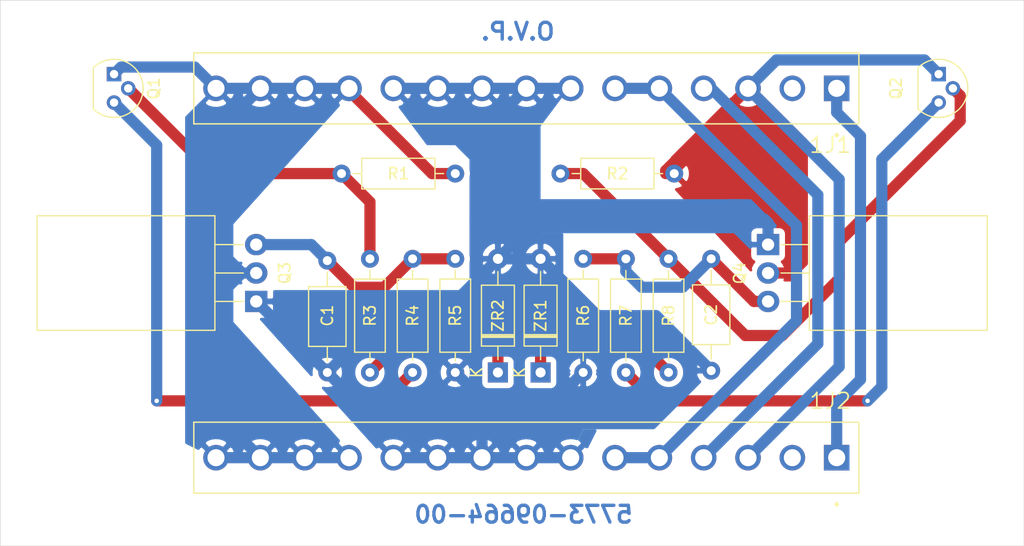
<source format=kicad_pcb>
(kicad_pcb (version 20171130) (host pcbnew 5.1.0-060a0da~80~ubuntu18.04.1)

  (general
    (thickness 1.6)
    (drawings 6)
    (tracks 124)
    (zones 0)
    (modules 18)
    (nets 17)
  )

  (page USLetter)
  (title_block
    (title "Repro Overvoltage Protection Board")
    (date 2019-04-14)
    (rev 1)
    (company "Marc Deslauriers")
  )

  (layers
    (0 F.Cu signal)
    (31 B.Cu signal)
    (32 B.Adhes user)
    (33 F.Adhes user)
    (34 B.Paste user)
    (35 F.Paste user)
    (36 B.SilkS user)
    (37 F.SilkS user)
    (38 B.Mask user)
    (39 F.Mask user)
    (40 Dwgs.User user)
    (41 Cmts.User user)
    (42 Eco1.User user)
    (43 Eco2.User user)
    (44 Edge.Cuts user)
    (45 Margin user)
    (46 B.CrtYd user)
    (47 F.CrtYd user)
    (48 B.Fab user)
    (49 F.Fab user)
  )

  (setup
    (last_trace_width 0.25)
    (user_trace_width 0.75)
    (user_trace_width 1)
    (trace_clearance 0.2)
    (zone_clearance 0.508)
    (zone_45_only no)
    (trace_min 0.2)
    (via_size 0.8)
    (via_drill 0.4)
    (via_min_size 0.4)
    (via_min_drill 0.3)
    (uvia_size 0.3)
    (uvia_drill 0.1)
    (uvias_allowed no)
    (uvia_min_size 0.2)
    (uvia_min_drill 0.1)
    (edge_width 0.05)
    (segment_width 0.2)
    (pcb_text_width 0.3)
    (pcb_text_size 1.5 1.5)
    (mod_edge_width 0.12)
    (mod_text_size 1 1)
    (mod_text_width 0.15)
    (pad_size 1.524 1.524)
    (pad_drill 0.762)
    (pad_to_mask_clearance 0.051)
    (solder_mask_min_width 0.25)
    (aux_axis_origin 0 0)
    (visible_elements FFFFFF7F)
    (pcbplotparams
      (layerselection 0x010fc_ffffffff)
      (usegerberextensions false)
      (usegerberattributes false)
      (usegerberadvancedattributes false)
      (creategerberjobfile false)
      (excludeedgelayer true)
      (linewidth 0.100000)
      (plotframeref false)
      (viasonmask false)
      (mode 1)
      (useauxorigin false)
      (hpglpennumber 1)
      (hpglpenspeed 20)
      (hpglpendiameter 15.000000)
      (psnegative false)
      (psa4output false)
      (plotreference true)
      (plotvalue true)
      (plotinvisibletext false)
      (padsonsilk false)
      (subtractmaskfromsilk false)
      (outputformat 1)
      (mirror false)
      (drillshape 0)
      (scaleselection 1)
      (outputdirectory "gerber/"))
  )

  (net 0 "")
  (net 1 "Net-(1J1-Pad2)")
  (net 2 "Net-(C1-Pad2)")
  (net 3 "Net-(C2-Pad1)")
  (net 4 "Net-(Q1-Pad3)")
  (net 5 "Net-(Q1-Pad2)")
  (net 6 "Net-(Q2-Pad2)")
  (net 7 "Net-(Q2-Pad3)")
  (net 8 "Net-(R3-Pad1)")
  (net 9 "Net-(R8-Pad2)")
  (net 10 "Net-(1J2-Pad2)")
  (net 11 /+5v)
  (net 12 /GND)
  (net 13 /+12vUnreg)
  (net 14 /-12vUnreg)
  (net 15 /+12v)
  (net 16 /-5v)

  (net_class Default "This is the default net class."
    (clearance 0.2)
    (trace_width 0.25)
    (via_dia 0.8)
    (via_drill 0.4)
    (uvia_dia 0.3)
    (uvia_drill 0.1)
    (add_net /+12v)
    (add_net /+12vUnreg)
    (add_net /+5v)
    (add_net /-12vUnreg)
    (add_net /-5v)
    (add_net /GND)
    (add_net "Net-(1J1-Pad2)")
    (add_net "Net-(1J2-Pad2)")
    (add_net "Net-(C1-Pad2)")
    (add_net "Net-(C2-Pad1)")
    (add_net "Net-(Q1-Pad2)")
    (add_net "Net-(Q1-Pad3)")
    (add_net "Net-(Q2-Pad2)")
    (add_net "Net-(Q2-Pad3)")
    (add_net "Net-(R3-Pad1)")
    (add_net "Net-(R8-Pad2)")
  )

  (module 1-640384-5:TE_1-640384-5 (layer F.Cu) (tedit 0) (tstamp 5CB13589)
    (at 83.82 72.39 180)
    (path /5CB0E410)
    (fp_text reference 1J2 (at -27.146 5.08 180) (layer F.SilkS)
      (effects (font (size 1.4 1.4) (thickness 0.15)))
    )
    (fp_text value Conn_01x15_Male (at -26.257 4.536 180) (layer F.SilkS) hide
      (effects (font (size 1.4 1.4) (thickness 0.05)))
    )
    (fp_line (start -29.702 3.175) (end -29.702 -3.175) (layer Eco2.User) (width 0.127))
    (fp_line (start -29.702 -3.175) (end 29.702 -3.175) (layer Eco2.User) (width 0.127))
    (fp_line (start 29.702 -3.175) (end 29.702 3.175) (layer Eco2.User) (width 0.127))
    (fp_line (start 29.702 3.175) (end -29.702 3.175) (layer Eco2.User) (width 0.127))
    (fp_line (start -29.702 3.175) (end -29.702 -3.175) (layer F.SilkS) (width 0.127))
    (fp_line (start -29.702 -3.175) (end 29.702 -3.175) (layer F.SilkS) (width 0.127))
    (fp_line (start 29.702 -3.175) (end 29.702 3.175) (layer F.SilkS) (width 0.127))
    (fp_line (start 29.702 3.175) (end -29.702 3.175) (layer F.SilkS) (width 0.127))
    (fp_line (start -29.952 3.425) (end -29.952 -3.425) (layer Eco1.User) (width 0.05))
    (fp_line (start -29.952 -3.425) (end 29.952 -3.425) (layer Eco1.User) (width 0.05))
    (fp_line (start 29.952 -3.425) (end 29.952 3.425) (layer Eco1.User) (width 0.05))
    (fp_line (start 29.952 3.425) (end -29.952 3.425) (layer Eco1.User) (width 0.05))
    (fp_circle (center -27.72 -4.175) (end -27.62 -4.175) (layer F.SilkS) (width 0.2))
    (fp_circle (center -27.72 -4.175) (end -27.62 -4.175) (layer Eco2.User) (width 0.2))
    (pad 1 thru_hole rect (at -27.72 0 180) (size 2.286 2.286) (drill 1.524) (layers *.Cu *.Mask)
      (net 16 /-5v))
    (pad 2 thru_hole circle (at -23.76 0 180) (size 2.286 2.286) (drill 1.524) (layers *.Cu *.Mask)
      (net 10 "Net-(1J2-Pad2)"))
    (pad 3 thru_hole circle (at -19.8 0 180) (size 2.286 2.286) (drill 1.524) (layers *.Cu *.Mask)
      (net 15 /+12v))
    (pad 4 thru_hole circle (at -15.84 0 180) (size 2.286 2.286) (drill 1.524) (layers *.Cu *.Mask)
      (net 14 /-12vUnreg))
    (pad 5 thru_hole circle (at -11.88 0 180) (size 2.286 2.286) (drill 1.524) (layers *.Cu *.Mask)
      (net 13 /+12vUnreg))
    (pad 6 thru_hole circle (at -7.92 0 180) (size 2.286 2.286) (drill 1.524) (layers *.Cu *.Mask)
      (net 13 /+12vUnreg))
    (pad 7 thru_hole circle (at -3.96 0 180) (size 2.286 2.286) (drill 1.524) (layers *.Cu *.Mask)
      (net 12 /GND))
    (pad 8 thru_hole circle (at 0 0 180) (size 2.286 2.286) (drill 1.524) (layers *.Cu *.Mask)
      (net 12 /GND))
    (pad 9 thru_hole circle (at 3.96 0 180) (size 2.286 2.286) (drill 1.524) (layers *.Cu *.Mask)
      (net 12 /GND))
    (pad 10 thru_hole circle (at 7.92 0 180) (size 2.286 2.286) (drill 1.524) (layers *.Cu *.Mask)
      (net 12 /GND))
    (pad 11 thru_hole circle (at 11.88 0 180) (size 2.286 2.286) (drill 1.524) (layers *.Cu *.Mask)
      (net 12 /GND))
    (pad 12 thru_hole circle (at 15.84 0 180) (size 2.286 2.286) (drill 1.524) (layers *.Cu *.Mask)
      (net 11 /+5v))
    (pad 13 thru_hole circle (at 19.8 0 180) (size 2.286 2.286) (drill 1.524) (layers *.Cu *.Mask)
      (net 11 /+5v))
    (pad 14 thru_hole circle (at 23.76 0 180) (size 2.286 2.286) (drill 1.524) (layers *.Cu *.Mask)
      (net 11 /+5v))
    (pad 15 thru_hole circle (at 27.72 0 180) (size 2.286 2.286) (drill 1.524) (layers *.Cu *.Mask)
      (net 11 /+5v))
  )

  (module Resistor_THT:R_Axial_DIN0207_L6.3mm_D2.5mm_P10.16mm_Horizontal (layer F.Cu) (tedit 5CB1F351) (tstamp 5CB13337)
    (at 97.028 46.99 180)
    (descr "Resistor, Axial_DIN0207 series, Axial, Horizontal, pin pitch=10.16mm, 0.25W = 1/4W, length*diameter=6.3*2.5mm^2, http://cdn-reichelt.de/documents/datenblatt/B400/1_4W%23YAG.pdf")
    (tags "Resistor Axial_DIN0207 series Axial Horizontal pin pitch 10.16mm 0.25W = 1/4W length 6.3mm diameter 2.5mm")
    (path /5CB1AEB2)
    (fp_text reference R2 (at 5.08 0 180) (layer F.SilkS)
      (effects (font (size 1 1) (thickness 0.15)))
    )
    (fp_text value 100Ω (at 5.08 2.37 180) (layer F.Fab)
      (effects (font (size 1 1) (thickness 0.15)))
    )
    (fp_text user %R (at 5.08 0 180) (layer F.Fab)
      (effects (font (size 1 1) (thickness 0.15)))
    )
    (fp_line (start 11.21 -1.5) (end -1.05 -1.5) (layer F.CrtYd) (width 0.05))
    (fp_line (start 11.21 1.5) (end 11.21 -1.5) (layer F.CrtYd) (width 0.05))
    (fp_line (start -1.05 1.5) (end 11.21 1.5) (layer F.CrtYd) (width 0.05))
    (fp_line (start -1.05 -1.5) (end -1.05 1.5) (layer F.CrtYd) (width 0.05))
    (fp_line (start 9.12 0) (end 8.35 0) (layer F.SilkS) (width 0.12))
    (fp_line (start 1.04 0) (end 1.81 0) (layer F.SilkS) (width 0.12))
    (fp_line (start 8.35 -1.37) (end 1.81 -1.37) (layer F.SilkS) (width 0.12))
    (fp_line (start 8.35 1.37) (end 8.35 -1.37) (layer F.SilkS) (width 0.12))
    (fp_line (start 1.81 1.37) (end 8.35 1.37) (layer F.SilkS) (width 0.12))
    (fp_line (start 1.81 -1.37) (end 1.81 1.37) (layer F.SilkS) (width 0.12))
    (fp_line (start 10.16 0) (end 8.23 0) (layer F.Fab) (width 0.1))
    (fp_line (start 0 0) (end 1.93 0) (layer F.Fab) (width 0.1))
    (fp_line (start 8.23 -1.25) (end 1.93 -1.25) (layer F.Fab) (width 0.1))
    (fp_line (start 8.23 1.25) (end 8.23 -1.25) (layer F.Fab) (width 0.1))
    (fp_line (start 1.93 1.25) (end 8.23 1.25) (layer F.Fab) (width 0.1))
    (fp_line (start 1.93 -1.25) (end 1.93 1.25) (layer F.Fab) (width 0.1))
    (pad 2 thru_hole oval (at 10.16 0 180) (size 1.6 1.6) (drill 0.8) (layers *.Cu *.Mask)
      (net 6 "Net-(Q2-Pad2)"))
    (pad 1 thru_hole circle (at 0 0 180) (size 1.6 1.6) (drill 0.8) (layers *.Cu *.Mask)
      (net 15 /+12v))
    (model ${KISYS3DMOD}/Resistor_THT.3dshapes/R_Axial_DIN0207_L6.3mm_D2.5mm_P10.16mm_Horizontal.wrl
      (at (xyz 0 0 0))
      (scale (xyz 1 1 1))
      (rotate (xyz 0 0 0))
    )
  )

  (module Resistor_THT:R_Axial_DIN0207_L6.3mm_D2.5mm_P10.16mm_Horizontal (layer F.Cu) (tedit 5AE5139B) (tstamp 5CB13320)
    (at 67.31 46.99)
    (descr "Resistor, Axial_DIN0207 series, Axial, Horizontal, pin pitch=10.16mm, 0.25W = 1/4W, length*diameter=6.3*2.5mm^2, http://cdn-reichelt.de/documents/datenblatt/B400/1_4W%23YAG.pdf")
    (tags "Resistor Axial_DIN0207 series Axial Horizontal pin pitch 10.16mm 0.25W = 1/4W length 6.3mm diameter 2.5mm")
    (path /5CB1F1C4)
    (fp_text reference R1 (at 5.08 0) (layer F.SilkS)
      (effects (font (size 1 1) (thickness 0.15)))
    )
    (fp_text value 100Ω (at 5.08 2.37) (layer F.Fab)
      (effects (font (size 1 1) (thickness 0.15)))
    )
    (fp_text user %R (at 5.08 0) (layer F.Fab)
      (effects (font (size 1 1) (thickness 0.15)))
    )
    (fp_line (start 11.21 -1.5) (end -1.05 -1.5) (layer F.CrtYd) (width 0.05))
    (fp_line (start 11.21 1.5) (end 11.21 -1.5) (layer F.CrtYd) (width 0.05))
    (fp_line (start -1.05 1.5) (end 11.21 1.5) (layer F.CrtYd) (width 0.05))
    (fp_line (start -1.05 -1.5) (end -1.05 1.5) (layer F.CrtYd) (width 0.05))
    (fp_line (start 9.12 0) (end 8.35 0) (layer F.SilkS) (width 0.12))
    (fp_line (start 1.04 0) (end 1.81 0) (layer F.SilkS) (width 0.12))
    (fp_line (start 8.35 -1.37) (end 1.81 -1.37) (layer F.SilkS) (width 0.12))
    (fp_line (start 8.35 1.37) (end 8.35 -1.37) (layer F.SilkS) (width 0.12))
    (fp_line (start 1.81 1.37) (end 8.35 1.37) (layer F.SilkS) (width 0.12))
    (fp_line (start 1.81 -1.37) (end 1.81 1.37) (layer F.SilkS) (width 0.12))
    (fp_line (start 10.16 0) (end 8.23 0) (layer F.Fab) (width 0.1))
    (fp_line (start 0 0) (end 1.93 0) (layer F.Fab) (width 0.1))
    (fp_line (start 8.23 -1.25) (end 1.93 -1.25) (layer F.Fab) (width 0.1))
    (fp_line (start 8.23 1.25) (end 8.23 -1.25) (layer F.Fab) (width 0.1))
    (fp_line (start 1.93 1.25) (end 8.23 1.25) (layer F.Fab) (width 0.1))
    (fp_line (start 1.93 -1.25) (end 1.93 1.25) (layer F.Fab) (width 0.1))
    (pad 2 thru_hole oval (at 10.16 0) (size 1.6 1.6) (drill 0.8) (layers *.Cu *.Mask)
      (net 11 /+5v))
    (pad 1 thru_hole circle (at 0 0) (size 1.6 1.6) (drill 0.8) (layers *.Cu *.Mask)
      (net 5 "Net-(Q1-Pad2)"))
    (model ${KISYS3DMOD}/Resistor_THT.3dshapes/R_Axial_DIN0207_L6.3mm_D2.5mm_P10.16mm_Horizontal.wrl
      (at (xyz 0 0 0))
      (scale (xyz 1 1 1))
      (rotate (xyz 0 0 0))
    )
  )

  (module Resistor_THT:R_Axial_DIN0207_L6.3mm_D2.5mm_P10.16mm_Horizontal (layer F.Cu) (tedit 5AE5139B) (tstamp 5CB1334E)
    (at 69.85 64.77 90)
    (descr "Resistor, Axial_DIN0207 series, Axial, Horizontal, pin pitch=10.16mm, 0.25W = 1/4W, length*diameter=6.3*2.5mm^2, http://cdn-reichelt.de/documents/datenblatt/B400/1_4W%23YAG.pdf")
    (tags "Resistor Axial_DIN0207 series Axial Horizontal pin pitch 10.16mm 0.25W = 1/4W length 6.3mm diameter 2.5mm")
    (path /5CB1EA3A)
    (fp_text reference R3 (at 5.08 0 90) (layer F.SilkS)
      (effects (font (size 1 1) (thickness 0.15)))
    )
    (fp_text value 10Ω (at 5.08 2.37 90) (layer F.Fab)
      (effects (font (size 1 1) (thickness 0.15)))
    )
    (fp_text user %R (at 5.08 0 90) (layer F.Fab)
      (effects (font (size 1 1) (thickness 0.15)))
    )
    (fp_line (start 11.21 -1.5) (end -1.05 -1.5) (layer F.CrtYd) (width 0.05))
    (fp_line (start 11.21 1.5) (end 11.21 -1.5) (layer F.CrtYd) (width 0.05))
    (fp_line (start -1.05 1.5) (end 11.21 1.5) (layer F.CrtYd) (width 0.05))
    (fp_line (start -1.05 -1.5) (end -1.05 1.5) (layer F.CrtYd) (width 0.05))
    (fp_line (start 9.12 0) (end 8.35 0) (layer F.SilkS) (width 0.12))
    (fp_line (start 1.04 0) (end 1.81 0) (layer F.SilkS) (width 0.12))
    (fp_line (start 8.35 -1.37) (end 1.81 -1.37) (layer F.SilkS) (width 0.12))
    (fp_line (start 8.35 1.37) (end 8.35 -1.37) (layer F.SilkS) (width 0.12))
    (fp_line (start 1.81 1.37) (end 8.35 1.37) (layer F.SilkS) (width 0.12))
    (fp_line (start 1.81 -1.37) (end 1.81 1.37) (layer F.SilkS) (width 0.12))
    (fp_line (start 10.16 0) (end 8.23 0) (layer F.Fab) (width 0.1))
    (fp_line (start 0 0) (end 1.93 0) (layer F.Fab) (width 0.1))
    (fp_line (start 8.23 -1.25) (end 1.93 -1.25) (layer F.Fab) (width 0.1))
    (fp_line (start 8.23 1.25) (end 8.23 -1.25) (layer F.Fab) (width 0.1))
    (fp_line (start 1.93 1.25) (end 8.23 1.25) (layer F.Fab) (width 0.1))
    (fp_line (start 1.93 -1.25) (end 1.93 1.25) (layer F.Fab) (width 0.1))
    (pad 2 thru_hole oval (at 10.16 0 90) (size 1.6 1.6) (drill 0.8) (layers *.Cu *.Mask)
      (net 5 "Net-(Q1-Pad2)"))
    (pad 1 thru_hole circle (at 0 0 90) (size 1.6 1.6) (drill 0.8) (layers *.Cu *.Mask)
      (net 8 "Net-(R3-Pad1)"))
    (model ${KISYS3DMOD}/Resistor_THT.3dshapes/R_Axial_DIN0207_L6.3mm_D2.5mm_P10.16mm_Horizontal.wrl
      (at (xyz 0 0 0))
      (scale (xyz 1 1 1))
      (rotate (xyz 0 0 0))
    )
  )

  (module Resistor_THT:R_Axial_DIN0207_L6.3mm_D2.5mm_P10.16mm_Horizontal (layer F.Cu) (tedit 5AE5139B) (tstamp 5CB13365)
    (at 73.66 54.61 270)
    (descr "Resistor, Axial_DIN0207 series, Axial, Horizontal, pin pitch=10.16mm, 0.25W = 1/4W, length*diameter=6.3*2.5mm^2, http://cdn-reichelt.de/documents/datenblatt/B400/1_4W%23YAG.pdf")
    (tags "Resistor Axial_DIN0207 series Axial Horizontal pin pitch 10.16mm 0.25W = 1/4W length 6.3mm diameter 2.5mm")
    (path /5CB272F1)
    (fp_text reference R4 (at 5.08 0 270) (layer F.SilkS)
      (effects (font (size 1 1) (thickness 0.15)))
    )
    (fp_text value 22Ω (at 5.08 2.37 270) (layer F.Fab)
      (effects (font (size 1 1) (thickness 0.15)))
    )
    (fp_text user %R (at 5.08 0 270) (layer F.Fab)
      (effects (font (size 1 1) (thickness 0.15)))
    )
    (fp_line (start 11.21 -1.5) (end -1.05 -1.5) (layer F.CrtYd) (width 0.05))
    (fp_line (start 11.21 1.5) (end 11.21 -1.5) (layer F.CrtYd) (width 0.05))
    (fp_line (start -1.05 1.5) (end 11.21 1.5) (layer F.CrtYd) (width 0.05))
    (fp_line (start -1.05 -1.5) (end -1.05 1.5) (layer F.CrtYd) (width 0.05))
    (fp_line (start 9.12 0) (end 8.35 0) (layer F.SilkS) (width 0.12))
    (fp_line (start 1.04 0) (end 1.81 0) (layer F.SilkS) (width 0.12))
    (fp_line (start 8.35 -1.37) (end 1.81 -1.37) (layer F.SilkS) (width 0.12))
    (fp_line (start 8.35 1.37) (end 8.35 -1.37) (layer F.SilkS) (width 0.12))
    (fp_line (start 1.81 1.37) (end 8.35 1.37) (layer F.SilkS) (width 0.12))
    (fp_line (start 1.81 -1.37) (end 1.81 1.37) (layer F.SilkS) (width 0.12))
    (fp_line (start 10.16 0) (end 8.23 0) (layer F.Fab) (width 0.1))
    (fp_line (start 0 0) (end 1.93 0) (layer F.Fab) (width 0.1))
    (fp_line (start 8.23 -1.25) (end 1.93 -1.25) (layer F.Fab) (width 0.1))
    (fp_line (start 8.23 1.25) (end 8.23 -1.25) (layer F.Fab) (width 0.1))
    (fp_line (start 1.93 1.25) (end 8.23 1.25) (layer F.Fab) (width 0.1))
    (fp_line (start 1.93 -1.25) (end 1.93 1.25) (layer F.Fab) (width 0.1))
    (pad 2 thru_hole oval (at 10.16 0 270) (size 1.6 1.6) (drill 0.8) (layers *.Cu *.Mask)
      (net 4 "Net-(Q1-Pad3)"))
    (pad 1 thru_hole circle (at 0 0 270) (size 1.6 1.6) (drill 0.8) (layers *.Cu *.Mask)
      (net 2 "Net-(C1-Pad2)"))
    (model ${KISYS3DMOD}/Resistor_THT.3dshapes/R_Axial_DIN0207_L6.3mm_D2.5mm_P10.16mm_Horizontal.wrl
      (at (xyz 0 0 0))
      (scale (xyz 1 1 1))
      (rotate (xyz 0 0 0))
    )
  )

  (module Resistor_THT:R_Axial_DIN0207_L6.3mm_D2.5mm_P10.16mm_Horizontal (layer F.Cu) (tedit 5AE5139B) (tstamp 5CB1337C)
    (at 77.47 64.77 90)
    (descr "Resistor, Axial_DIN0207 series, Axial, Horizontal, pin pitch=10.16mm, 0.25W = 1/4W, length*diameter=6.3*2.5mm^2, http://cdn-reichelt.de/documents/datenblatt/B400/1_4W%23YAG.pdf")
    (tags "Resistor Axial_DIN0207 series Axial Horizontal pin pitch 10.16mm 0.25W = 1/4W length 6.3mm diameter 2.5mm")
    (path /5CB296EB)
    (fp_text reference R5 (at 5.08 0 90) (layer F.SilkS)
      (effects (font (size 1 1) (thickness 0.15)))
    )
    (fp_text value 100Ω (at 5.08 2.37 90) (layer F.Fab)
      (effects (font (size 1 1) (thickness 0.15)))
    )
    (fp_text user %R (at 5.08 0 90) (layer F.Fab)
      (effects (font (size 1 1) (thickness 0.15)))
    )
    (fp_line (start 11.21 -1.5) (end -1.05 -1.5) (layer F.CrtYd) (width 0.05))
    (fp_line (start 11.21 1.5) (end 11.21 -1.5) (layer F.CrtYd) (width 0.05))
    (fp_line (start -1.05 1.5) (end 11.21 1.5) (layer F.CrtYd) (width 0.05))
    (fp_line (start -1.05 -1.5) (end -1.05 1.5) (layer F.CrtYd) (width 0.05))
    (fp_line (start 9.12 0) (end 8.35 0) (layer F.SilkS) (width 0.12))
    (fp_line (start 1.04 0) (end 1.81 0) (layer F.SilkS) (width 0.12))
    (fp_line (start 8.35 -1.37) (end 1.81 -1.37) (layer F.SilkS) (width 0.12))
    (fp_line (start 8.35 1.37) (end 8.35 -1.37) (layer F.SilkS) (width 0.12))
    (fp_line (start 1.81 1.37) (end 8.35 1.37) (layer F.SilkS) (width 0.12))
    (fp_line (start 1.81 -1.37) (end 1.81 1.37) (layer F.SilkS) (width 0.12))
    (fp_line (start 10.16 0) (end 8.23 0) (layer F.Fab) (width 0.1))
    (fp_line (start 0 0) (end 1.93 0) (layer F.Fab) (width 0.1))
    (fp_line (start 8.23 -1.25) (end 1.93 -1.25) (layer F.Fab) (width 0.1))
    (fp_line (start 8.23 1.25) (end 8.23 -1.25) (layer F.Fab) (width 0.1))
    (fp_line (start 1.93 1.25) (end 8.23 1.25) (layer F.Fab) (width 0.1))
    (fp_line (start 1.93 -1.25) (end 1.93 1.25) (layer F.Fab) (width 0.1))
    (pad 2 thru_hole oval (at 10.16 0 90) (size 1.6 1.6) (drill 0.8) (layers *.Cu *.Mask)
      (net 2 "Net-(C1-Pad2)"))
    (pad 1 thru_hole circle (at 0 0 90) (size 1.6 1.6) (drill 0.8) (layers *.Cu *.Mask)
      (net 12 /GND))
    (model ${KISYS3DMOD}/Resistor_THT.3dshapes/R_Axial_DIN0207_L6.3mm_D2.5mm_P10.16mm_Horizontal.wrl
      (at (xyz 0 0 0))
      (scale (xyz 1 1 1))
      (rotate (xyz 0 0 0))
    )
  )

  (module Resistor_THT:R_Axial_DIN0207_L6.3mm_D2.5mm_P10.16mm_Horizontal (layer F.Cu) (tedit 5AE5139B) (tstamp 5CB13393)
    (at 88.9 54.61 270)
    (descr "Resistor, Axial_DIN0207 series, Axial, Horizontal, pin pitch=10.16mm, 0.25W = 1/4W, length*diameter=6.3*2.5mm^2, http://cdn-reichelt.de/documents/datenblatt/B400/1_4W%23YAG.pdf")
    (tags "Resistor Axial_DIN0207 series Axial Horizontal pin pitch 10.16mm 0.25W = 1/4W length 6.3mm diameter 2.5mm")
    (path /5CB22D6F)
    (fp_text reference R6 (at 5.08 0 270) (layer F.SilkS)
      (effects (font (size 1 1) (thickness 0.15)))
    )
    (fp_text value 100Ω (at 5.08 2.37 270) (layer F.Fab)
      (effects (font (size 1 1) (thickness 0.15)))
    )
    (fp_text user %R (at 5.08 0 270) (layer F.Fab)
      (effects (font (size 1 1) (thickness 0.15)))
    )
    (fp_line (start 11.21 -1.5) (end -1.05 -1.5) (layer F.CrtYd) (width 0.05))
    (fp_line (start 11.21 1.5) (end 11.21 -1.5) (layer F.CrtYd) (width 0.05))
    (fp_line (start -1.05 1.5) (end 11.21 1.5) (layer F.CrtYd) (width 0.05))
    (fp_line (start -1.05 -1.5) (end -1.05 1.5) (layer F.CrtYd) (width 0.05))
    (fp_line (start 9.12 0) (end 8.35 0) (layer F.SilkS) (width 0.12))
    (fp_line (start 1.04 0) (end 1.81 0) (layer F.SilkS) (width 0.12))
    (fp_line (start 8.35 -1.37) (end 1.81 -1.37) (layer F.SilkS) (width 0.12))
    (fp_line (start 8.35 1.37) (end 8.35 -1.37) (layer F.SilkS) (width 0.12))
    (fp_line (start 1.81 1.37) (end 8.35 1.37) (layer F.SilkS) (width 0.12))
    (fp_line (start 1.81 -1.37) (end 1.81 1.37) (layer F.SilkS) (width 0.12))
    (fp_line (start 10.16 0) (end 8.23 0) (layer F.Fab) (width 0.1))
    (fp_line (start 0 0) (end 1.93 0) (layer F.Fab) (width 0.1))
    (fp_line (start 8.23 -1.25) (end 1.93 -1.25) (layer F.Fab) (width 0.1))
    (fp_line (start 8.23 1.25) (end 8.23 -1.25) (layer F.Fab) (width 0.1))
    (fp_line (start 1.93 1.25) (end 8.23 1.25) (layer F.Fab) (width 0.1))
    (fp_line (start 1.93 -1.25) (end 1.93 1.25) (layer F.Fab) (width 0.1))
    (pad 2 thru_hole oval (at 10.16 0 270) (size 1.6 1.6) (drill 0.8) (layers *.Cu *.Mask)
      (net 12 /GND))
    (pad 1 thru_hole circle (at 0 0 270) (size 1.6 1.6) (drill 0.8) (layers *.Cu *.Mask)
      (net 3 "Net-(C2-Pad1)"))
    (model ${KISYS3DMOD}/Resistor_THT.3dshapes/R_Axial_DIN0207_L6.3mm_D2.5mm_P10.16mm_Horizontal.wrl
      (at (xyz 0 0 0))
      (scale (xyz 1 1 1))
      (rotate (xyz 0 0 0))
    )
  )

  (module Resistor_THT:R_Axial_DIN0207_L6.3mm_D2.5mm_P10.16mm_Horizontal (layer F.Cu) (tedit 5AE5139B) (tstamp 5CB133AA)
    (at 92.71 54.61 270)
    (descr "Resistor, Axial_DIN0207 series, Axial, Horizontal, pin pitch=10.16mm, 0.25W = 1/4W, length*diameter=6.3*2.5mm^2, http://cdn-reichelt.de/documents/datenblatt/B400/1_4W%23YAG.pdf")
    (tags "Resistor Axial_DIN0207 series Axial Horizontal pin pitch 10.16mm 0.25W = 1/4W length 6.3mm diameter 2.5mm")
    (path /5CB23795)
    (fp_text reference R7 (at 5.08 0 270) (layer F.SilkS)
      (effects (font (size 1 1) (thickness 0.15)))
    )
    (fp_text value 22Ω (at 5.08 2.37 270) (layer F.Fab)
      (effects (font (size 1 1) (thickness 0.15)))
    )
    (fp_text user %R (at 5.08 0 270) (layer F.Fab)
      (effects (font (size 1 1) (thickness 0.15)))
    )
    (fp_line (start 11.21 -1.5) (end -1.05 -1.5) (layer F.CrtYd) (width 0.05))
    (fp_line (start 11.21 1.5) (end 11.21 -1.5) (layer F.CrtYd) (width 0.05))
    (fp_line (start -1.05 1.5) (end 11.21 1.5) (layer F.CrtYd) (width 0.05))
    (fp_line (start -1.05 -1.5) (end -1.05 1.5) (layer F.CrtYd) (width 0.05))
    (fp_line (start 9.12 0) (end 8.35 0) (layer F.SilkS) (width 0.12))
    (fp_line (start 1.04 0) (end 1.81 0) (layer F.SilkS) (width 0.12))
    (fp_line (start 8.35 -1.37) (end 1.81 -1.37) (layer F.SilkS) (width 0.12))
    (fp_line (start 8.35 1.37) (end 8.35 -1.37) (layer F.SilkS) (width 0.12))
    (fp_line (start 1.81 1.37) (end 8.35 1.37) (layer F.SilkS) (width 0.12))
    (fp_line (start 1.81 -1.37) (end 1.81 1.37) (layer F.SilkS) (width 0.12))
    (fp_line (start 10.16 0) (end 8.23 0) (layer F.Fab) (width 0.1))
    (fp_line (start 0 0) (end 1.93 0) (layer F.Fab) (width 0.1))
    (fp_line (start 8.23 -1.25) (end 1.93 -1.25) (layer F.Fab) (width 0.1))
    (fp_line (start 8.23 1.25) (end 8.23 -1.25) (layer F.Fab) (width 0.1))
    (fp_line (start 1.93 1.25) (end 8.23 1.25) (layer F.Fab) (width 0.1))
    (fp_line (start 1.93 -1.25) (end 1.93 1.25) (layer F.Fab) (width 0.1))
    (pad 2 thru_hole oval (at 10.16 0 270) (size 1.6 1.6) (drill 0.8) (layers *.Cu *.Mask)
      (net 7 "Net-(Q2-Pad3)"))
    (pad 1 thru_hole circle (at 0 0 270) (size 1.6 1.6) (drill 0.8) (layers *.Cu *.Mask)
      (net 3 "Net-(C2-Pad1)"))
    (model ${KISYS3DMOD}/Resistor_THT.3dshapes/R_Axial_DIN0207_L6.3mm_D2.5mm_P10.16mm_Horizontal.wrl
      (at (xyz 0 0 0))
      (scale (xyz 1 1 1))
      (rotate (xyz 0 0 0))
    )
  )

  (module Resistor_THT:R_Axial_DIN0207_L6.3mm_D2.5mm_P10.16mm_Horizontal (layer F.Cu) (tedit 5AE5139B) (tstamp 5CB133C1)
    (at 96.52 54.61 270)
    (descr "Resistor, Axial_DIN0207 series, Axial, Horizontal, pin pitch=10.16mm, 0.25W = 1/4W, length*diameter=6.3*2.5mm^2, http://cdn-reichelt.de/documents/datenblatt/B400/1_4W%23YAG.pdf")
    (tags "Resistor Axial_DIN0207 series Axial Horizontal pin pitch 10.16mm 0.25W = 1/4W length 6.3mm diameter 2.5mm")
    (path /5CB1A3D5)
    (fp_text reference R8 (at 5.08 0 270) (layer F.SilkS)
      (effects (font (size 1 1) (thickness 0.15)))
    )
    (fp_text value 10Ω (at 5.08 2.37 270) (layer F.Fab)
      (effects (font (size 1 1) (thickness 0.15)))
    )
    (fp_text user %R (at 5.08 0 270) (layer F.Fab)
      (effects (font (size 1 1) (thickness 0.15)))
    )
    (fp_line (start 11.21 -1.5) (end -1.05 -1.5) (layer F.CrtYd) (width 0.05))
    (fp_line (start 11.21 1.5) (end 11.21 -1.5) (layer F.CrtYd) (width 0.05))
    (fp_line (start -1.05 1.5) (end 11.21 1.5) (layer F.CrtYd) (width 0.05))
    (fp_line (start -1.05 -1.5) (end -1.05 1.5) (layer F.CrtYd) (width 0.05))
    (fp_line (start 9.12 0) (end 8.35 0) (layer F.SilkS) (width 0.12))
    (fp_line (start 1.04 0) (end 1.81 0) (layer F.SilkS) (width 0.12))
    (fp_line (start 8.35 -1.37) (end 1.81 -1.37) (layer F.SilkS) (width 0.12))
    (fp_line (start 8.35 1.37) (end 8.35 -1.37) (layer F.SilkS) (width 0.12))
    (fp_line (start 1.81 1.37) (end 8.35 1.37) (layer F.SilkS) (width 0.12))
    (fp_line (start 1.81 -1.37) (end 1.81 1.37) (layer F.SilkS) (width 0.12))
    (fp_line (start 10.16 0) (end 8.23 0) (layer F.Fab) (width 0.1))
    (fp_line (start 0 0) (end 1.93 0) (layer F.Fab) (width 0.1))
    (fp_line (start 8.23 -1.25) (end 1.93 -1.25) (layer F.Fab) (width 0.1))
    (fp_line (start 8.23 1.25) (end 8.23 -1.25) (layer F.Fab) (width 0.1))
    (fp_line (start 1.93 1.25) (end 8.23 1.25) (layer F.Fab) (width 0.1))
    (fp_line (start 1.93 -1.25) (end 1.93 1.25) (layer F.Fab) (width 0.1))
    (pad 2 thru_hole oval (at 10.16 0 270) (size 1.6 1.6) (drill 0.8) (layers *.Cu *.Mask)
      (net 9 "Net-(R8-Pad2)"))
    (pad 1 thru_hole circle (at 0 0 270) (size 1.6 1.6) (drill 0.8) (layers *.Cu *.Mask)
      (net 6 "Net-(Q2-Pad2)"))
    (model ${KISYS3DMOD}/Resistor_THT.3dshapes/R_Axial_DIN0207_L6.3mm_D2.5mm_P10.16mm_Horizontal.wrl
      (at (xyz 0 0 0))
      (scale (xyz 1 1 1))
      (rotate (xyz 0 0 0))
    )
  )

  (module Package_TO_SOT_THT:TO-92 (layer F.Cu) (tedit 5A279852) (tstamp 5CB132B7)
    (at 46.99 38.1 270)
    (descr "TO-92 leads molded, narrow, drill 0.75mm (see NXP sot054_po.pdf)")
    (tags "to-92 sc-43 sc-43a sot54 PA33 transistor")
    (path /5CB22684)
    (fp_text reference Q1 (at 1.27 -3.56 270) (layer F.SilkS)
      (effects (font (size 1 1) (thickness 0.15)))
    )
    (fp_text value MPSA55 (at 1.27 2.79 270) (layer F.Fab)
      (effects (font (size 1 1) (thickness 0.15)))
    )
    (fp_arc (start 1.27 0) (end 1.27 -2.6) (angle 135) (layer F.SilkS) (width 0.12))
    (fp_arc (start 1.27 0) (end 1.27 -2.48) (angle -135) (layer F.Fab) (width 0.1))
    (fp_arc (start 1.27 0) (end 1.27 -2.6) (angle -135) (layer F.SilkS) (width 0.12))
    (fp_arc (start 1.27 0) (end 1.27 -2.48) (angle 135) (layer F.Fab) (width 0.1))
    (fp_line (start 4 2.01) (end -1.46 2.01) (layer F.CrtYd) (width 0.05))
    (fp_line (start 4 2.01) (end 4 -2.73) (layer F.CrtYd) (width 0.05))
    (fp_line (start -1.46 -2.73) (end -1.46 2.01) (layer F.CrtYd) (width 0.05))
    (fp_line (start -1.46 -2.73) (end 4 -2.73) (layer F.CrtYd) (width 0.05))
    (fp_line (start -0.5 1.75) (end 3 1.75) (layer F.Fab) (width 0.1))
    (fp_line (start -0.53 1.85) (end 3.07 1.85) (layer F.SilkS) (width 0.12))
    (fp_text user %R (at 1.27 -3.56 270) (layer F.Fab)
      (effects (font (size 1 1) (thickness 0.15)))
    )
    (pad 1 thru_hole rect (at 0 0) (size 1.3 1.3) (drill 0.75) (layers *.Cu *.Mask)
      (net 11 /+5v))
    (pad 3 thru_hole circle (at 2.54 0) (size 1.3 1.3) (drill 0.75) (layers *.Cu *.Mask)
      (net 4 "Net-(Q1-Pad3)"))
    (pad 2 thru_hole circle (at 1.27 -1.27) (size 1.3 1.3) (drill 0.75) (layers *.Cu *.Mask)
      (net 5 "Net-(Q1-Pad2)"))
    (model ${KISYS3DMOD}/Package_TO_SOT_THT.3dshapes/TO-92.wrl
      (at (xyz 0 0 0))
      (scale (xyz 1 1 1))
      (rotate (xyz 0 0 0))
    )
  )

  (module Package_TO_SOT_THT:TO-92 (layer F.Cu) (tedit 5A279852) (tstamp 5CB132C9)
    (at 120.65 38.1 270)
    (descr "TO-92 leads molded, narrow, drill 0.75mm (see NXP sot054_po.pdf)")
    (tags "to-92 sc-43 sc-43a sot54 PA33 transistor")
    (path /5CB20541)
    (fp_text reference Q2 (at 1.27 3.81 270) (layer F.SilkS)
      (effects (font (size 1 1) (thickness 0.15)))
    )
    (fp_text value MPSA55 (at 1.27 2.79 270) (layer F.Fab)
      (effects (font (size 1 1) (thickness 0.15)))
    )
    (fp_text user %R (at 1.27 -3.56 270) (layer F.Fab)
      (effects (font (size 1 1) (thickness 0.15)))
    )
    (fp_line (start -0.53 1.85) (end 3.07 1.85) (layer F.SilkS) (width 0.12))
    (fp_line (start -0.5 1.75) (end 3 1.75) (layer F.Fab) (width 0.1))
    (fp_line (start -1.46 -2.73) (end 4 -2.73) (layer F.CrtYd) (width 0.05))
    (fp_line (start -1.46 -2.73) (end -1.46 2.01) (layer F.CrtYd) (width 0.05))
    (fp_line (start 4 2.01) (end 4 -2.73) (layer F.CrtYd) (width 0.05))
    (fp_line (start 4 2.01) (end -1.46 2.01) (layer F.CrtYd) (width 0.05))
    (fp_arc (start 1.27 0) (end 1.27 -2.48) (angle 135) (layer F.Fab) (width 0.1))
    (fp_arc (start 1.27 0) (end 1.27 -2.6) (angle -135) (layer F.SilkS) (width 0.12))
    (fp_arc (start 1.27 0) (end 1.27 -2.48) (angle -135) (layer F.Fab) (width 0.1))
    (fp_arc (start 1.27 0) (end 1.27 -2.6) (angle 135) (layer F.SilkS) (width 0.12))
    (pad 2 thru_hole circle (at 1.27 -1.27) (size 1.3 1.3) (drill 0.75) (layers *.Cu *.Mask)
      (net 6 "Net-(Q2-Pad2)"))
    (pad 3 thru_hole circle (at 2.54 0) (size 1.3 1.3) (drill 0.75) (layers *.Cu *.Mask)
      (net 7 "Net-(Q2-Pad3)"))
    (pad 1 thru_hole rect (at 0 0) (size 1.3 1.3) (drill 0.75) (layers *.Cu *.Mask)
      (net 15 /+12v))
    (model ${KISYS3DMOD}/Package_TO_SOT_THT.3dshapes/TO-92.wrl
      (at (xyz 0 0 0))
      (scale (xyz 1 1 1))
      (rotate (xyz 0 0 0))
    )
  )

  (module Package_TO_SOT_THT:TO-220-3_Horizontal_TabDown (layer F.Cu) (tedit 5AC8BA0D) (tstamp 5CB132E9)
    (at 59.69 58.42 90)
    (descr "TO-220-3, Horizontal, RM 2.54mm, see https://www.vishay.com/docs/66542/to-220-1.pdf")
    (tags "TO-220-3 Horizontal RM 2.54mm")
    (path /5CB2BEA6)
    (fp_text reference Q3 (at 2.54 2.54 90) (layer F.SilkS)
      (effects (font (size 1 1) (thickness 0.15)))
    )
    (fp_text value C122F (at 2.54 2 90) (layer F.Fab)
      (effects (font (size 1 1) (thickness 0.15)))
    )
    (fp_circle (center 2.54 -16.66) (end 4.39 -16.66) (layer F.Fab) (width 0.1))
    (fp_line (start -2.46 -13.06) (end -2.46 -19.46) (layer F.Fab) (width 0.1))
    (fp_line (start -2.46 -19.46) (end 7.54 -19.46) (layer F.Fab) (width 0.1))
    (fp_line (start 7.54 -19.46) (end 7.54 -13.06) (layer F.Fab) (width 0.1))
    (fp_line (start 7.54 -13.06) (end -2.46 -13.06) (layer F.Fab) (width 0.1))
    (fp_line (start -2.46 -3.81) (end -2.46 -13.06) (layer F.Fab) (width 0.1))
    (fp_line (start -2.46 -13.06) (end 7.54 -13.06) (layer F.Fab) (width 0.1))
    (fp_line (start 7.54 -13.06) (end 7.54 -3.81) (layer F.Fab) (width 0.1))
    (fp_line (start 7.54 -3.81) (end -2.46 -3.81) (layer F.Fab) (width 0.1))
    (fp_line (start 0 -3.81) (end 0 0) (layer F.Fab) (width 0.1))
    (fp_line (start 2.54 -3.81) (end 2.54 0) (layer F.Fab) (width 0.1))
    (fp_line (start 5.08 -3.81) (end 5.08 0) (layer F.Fab) (width 0.1))
    (fp_line (start -2.58 -3.69) (end 7.66 -3.69) (layer F.SilkS) (width 0.12))
    (fp_line (start -2.58 -19.58) (end 7.66 -19.58) (layer F.SilkS) (width 0.12))
    (fp_line (start -2.58 -19.58) (end -2.58 -3.69) (layer F.SilkS) (width 0.12))
    (fp_line (start 7.66 -19.58) (end 7.66 -3.69) (layer F.SilkS) (width 0.12))
    (fp_line (start 0 -3.69) (end 0 -1.15) (layer F.SilkS) (width 0.12))
    (fp_line (start 2.54 -3.69) (end 2.54 -1.15) (layer F.SilkS) (width 0.12))
    (fp_line (start 5.08 -3.69) (end 5.08 -1.15) (layer F.SilkS) (width 0.12))
    (fp_line (start -2.71 -19.71) (end -2.71 1.25) (layer F.CrtYd) (width 0.05))
    (fp_line (start -2.71 1.25) (end 7.79 1.25) (layer F.CrtYd) (width 0.05))
    (fp_line (start 7.79 1.25) (end 7.79 -19.71) (layer F.CrtYd) (width 0.05))
    (fp_line (start 7.79 -19.71) (end -2.71 -19.71) (layer F.CrtYd) (width 0.05))
    (fp_text user %R (at 2.54 -20.58 90) (layer F.Fab)
      (effects (font (size 1 1) (thickness 0.15)))
    )
    (pad "" np_thru_hole oval (at 2.54 -16.66 90) (size 3.5 3.5) (drill 3.5) (layers *.Cu *.Mask))
    (pad 1 thru_hole rect (at 0 0 90) (size 1.905 2) (drill 1.1) (layers *.Cu *.Mask)
      (net 12 /GND))
    (pad 2 thru_hole oval (at 2.54 0 90) (size 1.905 2) (drill 1.1) (layers *.Cu *.Mask)
      (net 11 /+5v))
    (pad 3 thru_hole oval (at 5.08 0 90) (size 1.905 2) (drill 1.1) (layers *.Cu *.Mask)
      (net 2 "Net-(C1-Pad2)"))
    (model ${KISYS3DMOD}/Package_TO_SOT_THT.3dshapes/TO-220-3_Horizontal_TabDown.wrl
      (at (xyz 0 0 0))
      (scale (xyz 1 1 1))
      (rotate (xyz 0 0 0))
    )
  )

  (module Package_TO_SOT_THT:TO-220-3_Horizontal_TabDown (layer F.Cu) (tedit 5AC8BA0D) (tstamp 5CB13309)
    (at 105.41 53.34 270)
    (descr "TO-220-3, Horizontal, RM 2.54mm, see https://www.vishay.com/docs/66542/to-220-1.pdf")
    (tags "TO-220-3 Horizontal RM 2.54mm")
    (path /5CB2B511)
    (fp_text reference Q4 (at 2.54 2.54 270) (layer F.SilkS)
      (effects (font (size 1 1) (thickness 0.15)))
    )
    (fp_text value C122F (at 2.54 2 270) (layer F.Fab)
      (effects (font (size 1 1) (thickness 0.15)))
    )
    (fp_text user %R (at 2.54 -20.58 270) (layer F.Fab)
      (effects (font (size 1 1) (thickness 0.15)))
    )
    (fp_line (start 7.79 -19.71) (end -2.71 -19.71) (layer F.CrtYd) (width 0.05))
    (fp_line (start 7.79 1.25) (end 7.79 -19.71) (layer F.CrtYd) (width 0.05))
    (fp_line (start -2.71 1.25) (end 7.79 1.25) (layer F.CrtYd) (width 0.05))
    (fp_line (start -2.71 -19.71) (end -2.71 1.25) (layer F.CrtYd) (width 0.05))
    (fp_line (start 5.08 -3.69) (end 5.08 -1.15) (layer F.SilkS) (width 0.12))
    (fp_line (start 2.54 -3.69) (end 2.54 -1.15) (layer F.SilkS) (width 0.12))
    (fp_line (start 0 -3.69) (end 0 -1.15) (layer F.SilkS) (width 0.12))
    (fp_line (start 7.66 -19.58) (end 7.66 -3.69) (layer F.SilkS) (width 0.12))
    (fp_line (start -2.58 -19.58) (end -2.58 -3.69) (layer F.SilkS) (width 0.12))
    (fp_line (start -2.58 -19.58) (end 7.66 -19.58) (layer F.SilkS) (width 0.12))
    (fp_line (start -2.58 -3.69) (end 7.66 -3.69) (layer F.SilkS) (width 0.12))
    (fp_line (start 5.08 -3.81) (end 5.08 0) (layer F.Fab) (width 0.1))
    (fp_line (start 2.54 -3.81) (end 2.54 0) (layer F.Fab) (width 0.1))
    (fp_line (start 0 -3.81) (end 0 0) (layer F.Fab) (width 0.1))
    (fp_line (start 7.54 -3.81) (end -2.46 -3.81) (layer F.Fab) (width 0.1))
    (fp_line (start 7.54 -13.06) (end 7.54 -3.81) (layer F.Fab) (width 0.1))
    (fp_line (start -2.46 -13.06) (end 7.54 -13.06) (layer F.Fab) (width 0.1))
    (fp_line (start -2.46 -3.81) (end -2.46 -13.06) (layer F.Fab) (width 0.1))
    (fp_line (start 7.54 -13.06) (end -2.46 -13.06) (layer F.Fab) (width 0.1))
    (fp_line (start 7.54 -19.46) (end 7.54 -13.06) (layer F.Fab) (width 0.1))
    (fp_line (start -2.46 -19.46) (end 7.54 -19.46) (layer F.Fab) (width 0.1))
    (fp_line (start -2.46 -13.06) (end -2.46 -19.46) (layer F.Fab) (width 0.1))
    (fp_circle (center 2.54 -16.66) (end 4.39 -16.66) (layer F.Fab) (width 0.1))
    (pad 3 thru_hole oval (at 5.08 0 270) (size 1.905 2) (drill 1.1) (layers *.Cu *.Mask)
      (net 3 "Net-(C2-Pad1)"))
    (pad 2 thru_hole oval (at 2.54 0 270) (size 1.905 2) (drill 1.1) (layers *.Cu *.Mask)
      (net 15 /+12v))
    (pad 1 thru_hole rect (at 0 0 270) (size 1.905 2) (drill 1.1) (layers *.Cu *.Mask)
      (net 12 /GND))
    (pad "" np_thru_hole oval (at 2.54 -16.66 270) (size 3.5 3.5) (drill 3.5) (layers *.Cu *.Mask))
    (model ${KISYS3DMOD}/Package_TO_SOT_THT.3dshapes/TO-220-3_Horizontal_TabDown.wrl
      (at (xyz 0 0 0))
      (scale (xyz 1 1 1))
      (rotate (xyz 0 0 0))
    )
  )

  (module Diode_THT:D_A-405_P10.16mm_Horizontal (layer F.Cu) (tedit 5AE50CD5) (tstamp 5CB133E0)
    (at 85.09 64.77 90)
    (descr "Diode, A-405 series, Axial, Horizontal, pin pitch=10.16mm, , length*diameter=5.2*2.7mm^2, , http://www.diodes.com/_files/packages/A-405.pdf")
    (tags "Diode A-405 series Axial Horizontal pin pitch 10.16mm  length 5.2mm diameter 2.7mm")
    (path /5CB19656)
    (fp_text reference ZR1 (at 5.08 0 90) (layer F.SilkS)
      (effects (font (size 1 1) (thickness 0.15)))
    )
    (fp_text value 1N5244B (at 5.08 2.47 90) (layer F.Fab)
      (effects (font (size 1 1) (thickness 0.15)))
    )
    (fp_text user K (at 0 -1.9 90) (layer F.SilkS)
      (effects (font (size 1 1) (thickness 0.15)))
    )
    (fp_text user K (at 0 -1.9 90) (layer F.Fab)
      (effects (font (size 1 1) (thickness 0.15)))
    )
    (fp_text user %R (at 5.47 0 90) (layer F.Fab)
      (effects (font (size 1 1) (thickness 0.15)))
    )
    (fp_line (start 11.31 -1.6) (end -1.15 -1.6) (layer F.CrtYd) (width 0.05))
    (fp_line (start 11.31 1.6) (end 11.31 -1.6) (layer F.CrtYd) (width 0.05))
    (fp_line (start -1.15 1.6) (end 11.31 1.6) (layer F.CrtYd) (width 0.05))
    (fp_line (start -1.15 -1.6) (end -1.15 1.6) (layer F.CrtYd) (width 0.05))
    (fp_line (start 3.14 -1.47) (end 3.14 1.47) (layer F.SilkS) (width 0.12))
    (fp_line (start 3.38 -1.47) (end 3.38 1.47) (layer F.SilkS) (width 0.12))
    (fp_line (start 3.26 -1.47) (end 3.26 1.47) (layer F.SilkS) (width 0.12))
    (fp_line (start 9.02 0) (end 7.8 0) (layer F.SilkS) (width 0.12))
    (fp_line (start 1.14 0) (end 2.36 0) (layer F.SilkS) (width 0.12))
    (fp_line (start 7.8 -1.47) (end 2.36 -1.47) (layer F.SilkS) (width 0.12))
    (fp_line (start 7.8 1.47) (end 7.8 -1.47) (layer F.SilkS) (width 0.12))
    (fp_line (start 2.36 1.47) (end 7.8 1.47) (layer F.SilkS) (width 0.12))
    (fp_line (start 2.36 -1.47) (end 2.36 1.47) (layer F.SilkS) (width 0.12))
    (fp_line (start 3.16 -1.35) (end 3.16 1.35) (layer F.Fab) (width 0.1))
    (fp_line (start 3.36 -1.35) (end 3.36 1.35) (layer F.Fab) (width 0.1))
    (fp_line (start 3.26 -1.35) (end 3.26 1.35) (layer F.Fab) (width 0.1))
    (fp_line (start 10.16 0) (end 7.68 0) (layer F.Fab) (width 0.1))
    (fp_line (start 0 0) (end 2.48 0) (layer F.Fab) (width 0.1))
    (fp_line (start 7.68 -1.35) (end 2.48 -1.35) (layer F.Fab) (width 0.1))
    (fp_line (start 7.68 1.35) (end 7.68 -1.35) (layer F.Fab) (width 0.1))
    (fp_line (start 2.48 1.35) (end 7.68 1.35) (layer F.Fab) (width 0.1))
    (fp_line (start 2.48 -1.35) (end 2.48 1.35) (layer F.Fab) (width 0.1))
    (pad 2 thru_hole oval (at 10.16 0 90) (size 1.8 1.8) (drill 0.9) (layers *.Cu *.Mask)
      (net 12 /GND))
    (pad 1 thru_hole rect (at 0 0 90) (size 1.8 1.8) (drill 0.9) (layers *.Cu *.Mask)
      (net 9 "Net-(R8-Pad2)"))
    (model ${KISYS3DMOD}/Diode_THT.3dshapes/D_A-405_P10.16mm_Horizontal.wrl
      (at (xyz 0 0 0))
      (scale (xyz 1 1 1))
      (rotate (xyz 0 0 0))
    )
  )

  (module Diode_THT:D_A-405_P10.16mm_Horizontal (layer F.Cu) (tedit 5AE50CD5) (tstamp 5CB133FF)
    (at 81.28 64.77 90)
    (descr "Diode, A-405 series, Axial, Horizontal, pin pitch=10.16mm, , length*diameter=5.2*2.7mm^2, , http://www.diodes.com/_files/packages/A-405.pdf")
    (tags "Diode A-405 series Axial Horizontal pin pitch 10.16mm  length 5.2mm diameter 2.7mm")
    (path /5CB1D93A)
    (fp_text reference ZR2 (at 5.08 0 90) (layer F.SilkS)
      (effects (font (size 1 1) (thickness 0.15)))
    )
    (fp_text value 1N5234 (at 5.08 2.47 90) (layer F.Fab)
      (effects (font (size 1 1) (thickness 0.15)))
    )
    (fp_line (start 2.48 -1.35) (end 2.48 1.35) (layer F.Fab) (width 0.1))
    (fp_line (start 2.48 1.35) (end 7.68 1.35) (layer F.Fab) (width 0.1))
    (fp_line (start 7.68 1.35) (end 7.68 -1.35) (layer F.Fab) (width 0.1))
    (fp_line (start 7.68 -1.35) (end 2.48 -1.35) (layer F.Fab) (width 0.1))
    (fp_line (start 0 0) (end 2.48 0) (layer F.Fab) (width 0.1))
    (fp_line (start 10.16 0) (end 7.68 0) (layer F.Fab) (width 0.1))
    (fp_line (start 3.26 -1.35) (end 3.26 1.35) (layer F.Fab) (width 0.1))
    (fp_line (start 3.36 -1.35) (end 3.36 1.35) (layer F.Fab) (width 0.1))
    (fp_line (start 3.16 -1.35) (end 3.16 1.35) (layer F.Fab) (width 0.1))
    (fp_line (start 2.36 -1.47) (end 2.36 1.47) (layer F.SilkS) (width 0.12))
    (fp_line (start 2.36 1.47) (end 7.8 1.47) (layer F.SilkS) (width 0.12))
    (fp_line (start 7.8 1.47) (end 7.8 -1.47) (layer F.SilkS) (width 0.12))
    (fp_line (start 7.8 -1.47) (end 2.36 -1.47) (layer F.SilkS) (width 0.12))
    (fp_line (start 1.14 0) (end 2.36 0) (layer F.SilkS) (width 0.12))
    (fp_line (start 9.02 0) (end 7.8 0) (layer F.SilkS) (width 0.12))
    (fp_line (start 3.26 -1.47) (end 3.26 1.47) (layer F.SilkS) (width 0.12))
    (fp_line (start 3.38 -1.47) (end 3.38 1.47) (layer F.SilkS) (width 0.12))
    (fp_line (start 3.14 -1.47) (end 3.14 1.47) (layer F.SilkS) (width 0.12))
    (fp_line (start -1.15 -1.6) (end -1.15 1.6) (layer F.CrtYd) (width 0.05))
    (fp_line (start -1.15 1.6) (end 11.31 1.6) (layer F.CrtYd) (width 0.05))
    (fp_line (start 11.31 1.6) (end 11.31 -1.6) (layer F.CrtYd) (width 0.05))
    (fp_line (start 11.31 -1.6) (end -1.15 -1.6) (layer F.CrtYd) (width 0.05))
    (fp_text user %R (at 5.47 0 90) (layer F.Fab)
      (effects (font (size 1 1) (thickness 0.15)))
    )
    (fp_text user K (at 0 -1.9 90) (layer F.Fab)
      (effects (font (size 1 1) (thickness 0.15)))
    )
    (fp_text user K (at 0 -1.9 90) (layer F.SilkS)
      (effects (font (size 1 1) (thickness 0.15)))
    )
    (pad 1 thru_hole rect (at 0 0 90) (size 1.8 1.8) (drill 0.9) (layers *.Cu *.Mask)
      (net 8 "Net-(R3-Pad1)"))
    (pad 2 thru_hole oval (at 10.16 0 90) (size 1.8 1.8) (drill 0.9) (layers *.Cu *.Mask)
      (net 12 /GND))
    (model ${KISYS3DMOD}/Diode_THT.3dshapes/D_A-405_P10.16mm_Horizontal.wrl
      (at (xyz 0 0 0))
      (scale (xyz 1 1 1))
      (rotate (xyz 0 0 0))
    )
  )

  (module 1-640384-5:TE_1-640384-5 (layer F.Cu) (tedit 0) (tstamp 5CB13569)
    (at 83.82 39.37 180)
    (path /5CB0B205)
    (fp_text reference 1J1 (at -27.146 -5.064 180) (layer F.SilkS)
      (effects (font (size 1.4 1.4) (thickness 0.15)))
    )
    (fp_text value Conn_01x15_Female (at -26.257 4.536 180) (layer F.SilkS) hide
      (effects (font (size 1.4 1.4) (thickness 0.05)))
    )
    (fp_circle (center -27.72 -4.175) (end -27.62 -4.175) (layer Eco2.User) (width 0.2))
    (fp_circle (center -27.72 -4.175) (end -27.62 -4.175) (layer F.SilkS) (width 0.2))
    (fp_line (start 29.952 3.425) (end -29.952 3.425) (layer Eco1.User) (width 0.05))
    (fp_line (start 29.952 -3.425) (end 29.952 3.425) (layer Eco1.User) (width 0.05))
    (fp_line (start -29.952 -3.425) (end 29.952 -3.425) (layer Eco1.User) (width 0.05))
    (fp_line (start -29.952 3.425) (end -29.952 -3.425) (layer Eco1.User) (width 0.05))
    (fp_line (start 29.702 3.175) (end -29.702 3.175) (layer F.SilkS) (width 0.127))
    (fp_line (start 29.702 -3.175) (end 29.702 3.175) (layer F.SilkS) (width 0.127))
    (fp_line (start -29.702 -3.175) (end 29.702 -3.175) (layer F.SilkS) (width 0.127))
    (fp_line (start -29.702 3.175) (end -29.702 -3.175) (layer F.SilkS) (width 0.127))
    (fp_line (start 29.702 3.175) (end -29.702 3.175) (layer Eco2.User) (width 0.127))
    (fp_line (start 29.702 -3.175) (end 29.702 3.175) (layer Eco2.User) (width 0.127))
    (fp_line (start -29.702 -3.175) (end 29.702 -3.175) (layer Eco2.User) (width 0.127))
    (fp_line (start -29.702 3.175) (end -29.702 -3.175) (layer Eco2.User) (width 0.127))
    (pad 15 thru_hole circle (at 27.72 0 180) (size 2.286 2.286) (drill 1.524) (layers *.Cu *.Mask)
      (net 11 /+5v))
    (pad 14 thru_hole circle (at 23.76 0 180) (size 2.286 2.286) (drill 1.524) (layers *.Cu *.Mask)
      (net 11 /+5v))
    (pad 13 thru_hole circle (at 19.8 0 180) (size 2.286 2.286) (drill 1.524) (layers *.Cu *.Mask)
      (net 11 /+5v))
    (pad 12 thru_hole circle (at 15.84 0 180) (size 2.286 2.286) (drill 1.524) (layers *.Cu *.Mask)
      (net 11 /+5v))
    (pad 11 thru_hole circle (at 11.88 0 180) (size 2.286 2.286) (drill 1.524) (layers *.Cu *.Mask)
      (net 12 /GND))
    (pad 10 thru_hole circle (at 7.92 0 180) (size 2.286 2.286) (drill 1.524) (layers *.Cu *.Mask)
      (net 12 /GND))
    (pad 9 thru_hole circle (at 3.96 0 180) (size 2.286 2.286) (drill 1.524) (layers *.Cu *.Mask)
      (net 12 /GND))
    (pad 8 thru_hole circle (at 0 0 180) (size 2.286 2.286) (drill 1.524) (layers *.Cu *.Mask)
      (net 12 /GND))
    (pad 7 thru_hole circle (at -3.96 0 180) (size 2.286 2.286) (drill 1.524) (layers *.Cu *.Mask)
      (net 12 /GND))
    (pad 6 thru_hole circle (at -7.92 0 180) (size 2.286 2.286) (drill 1.524) (layers *.Cu *.Mask)
      (net 13 /+12vUnreg))
    (pad 5 thru_hole circle (at -11.88 0 180) (size 2.286 2.286) (drill 1.524) (layers *.Cu *.Mask)
      (net 13 /+12vUnreg))
    (pad 4 thru_hole circle (at -15.84 0 180) (size 2.286 2.286) (drill 1.524) (layers *.Cu *.Mask)
      (net 14 /-12vUnreg))
    (pad 3 thru_hole circle (at -19.8 0 180) (size 2.286 2.286) (drill 1.524) (layers *.Cu *.Mask)
      (net 15 /+12v))
    (pad 2 thru_hole circle (at -23.76 0 180) (size 2.286 2.286) (drill 1.524) (layers *.Cu *.Mask)
      (net 1 "Net-(1J1-Pad2)"))
    (pad 1 thru_hole rect (at -27.72 0 180) (size 2.286 2.286) (drill 1.524) (layers *.Cu *.Mask)
      (net 16 /-5v))
  )

  (module Capacitor_THT:C_Axial_L5.1mm_D3.1mm_P10.00mm_Horizontal (layer F.Cu) (tedit 5AE50EF0) (tstamp 5CB106EF)
    (at 66.04 64.77 90)
    (descr "C, Axial series, Axial, Horizontal, pin pitch=10mm, , length*diameter=5.1*3.1mm^2, http://www.vishay.com/docs/45231/arseries.pdf")
    (tags "C Axial series Axial Horizontal pin pitch 10mm  length 5.1mm diameter 3.1mm")
    (path /5CB2ADBC)
    (fp_text reference C1 (at 5.08 0 90) (layer F.SilkS)
      (effects (font (size 1 1) (thickness 0.15)))
    )
    (fp_text value ".1 uF" (at 5 2.67 90) (layer F.Fab)
      (effects (font (size 1 1) (thickness 0.15)))
    )
    (fp_text user %R (at 5 0 90) (layer F.Fab)
      (effects (font (size 1 1) (thickness 0.15)))
    )
    (fp_line (start 11.05 -1.8) (end -1.05 -1.8) (layer F.CrtYd) (width 0.05))
    (fp_line (start 11.05 1.8) (end 11.05 -1.8) (layer F.CrtYd) (width 0.05))
    (fp_line (start -1.05 1.8) (end 11.05 1.8) (layer F.CrtYd) (width 0.05))
    (fp_line (start -1.05 -1.8) (end -1.05 1.8) (layer F.CrtYd) (width 0.05))
    (fp_line (start 8.96 0) (end 7.67 0) (layer F.SilkS) (width 0.12))
    (fp_line (start 1.04 0) (end 2.33 0) (layer F.SilkS) (width 0.12))
    (fp_line (start 7.67 -1.67) (end 2.33 -1.67) (layer F.SilkS) (width 0.12))
    (fp_line (start 7.67 1.67) (end 7.67 -1.67) (layer F.SilkS) (width 0.12))
    (fp_line (start 2.33 1.67) (end 7.67 1.67) (layer F.SilkS) (width 0.12))
    (fp_line (start 2.33 -1.67) (end 2.33 1.67) (layer F.SilkS) (width 0.12))
    (fp_line (start 10 0) (end 7.55 0) (layer F.Fab) (width 0.1))
    (fp_line (start 0 0) (end 2.45 0) (layer F.Fab) (width 0.1))
    (fp_line (start 7.55 -1.55) (end 2.45 -1.55) (layer F.Fab) (width 0.1))
    (fp_line (start 7.55 1.55) (end 7.55 -1.55) (layer F.Fab) (width 0.1))
    (fp_line (start 2.45 1.55) (end 7.55 1.55) (layer F.Fab) (width 0.1))
    (fp_line (start 2.45 -1.55) (end 2.45 1.55) (layer F.Fab) (width 0.1))
    (pad 2 thru_hole oval (at 10 0 90) (size 1.6 1.6) (drill 0.8) (layers *.Cu *.Mask)
      (net 2 "Net-(C1-Pad2)"))
    (pad 1 thru_hole circle (at 0 0 90) (size 1.6 1.6) (drill 0.8) (layers *.Cu *.Mask)
      (net 12 /GND))
    (model ${KISYS3DMOD}/Capacitor_THT.3dshapes/C_Axial_L5.1mm_D3.1mm_P10.00mm_Horizontal.wrl
      (at (xyz 0 0 0))
      (scale (xyz 1 1 1))
      (rotate (xyz 0 0 0))
    )
  )

  (module Capacitor_THT:C_Axial_L5.1mm_D3.1mm_P10.00mm_Horizontal (layer F.Cu) (tedit 5AE50EF0) (tstamp 5CB10705)
    (at 100.33 54.61 270)
    (descr "C, Axial series, Axial, Horizontal, pin pitch=10mm, , length*diameter=5.1*3.1mm^2, http://www.vishay.com/docs/45231/arseries.pdf")
    (tags "C Axial series Axial Horizontal pin pitch 10mm  length 5.1mm diameter 3.1mm")
    (path /5CB2A74D)
    (fp_text reference C2 (at 5 0 270) (layer F.SilkS)
      (effects (font (size 1 1) (thickness 0.15)))
    )
    (fp_text value ".1 uF" (at 5 2.67 270) (layer F.Fab)
      (effects (font (size 1 1) (thickness 0.15)))
    )
    (fp_line (start 2.45 -1.55) (end 2.45 1.55) (layer F.Fab) (width 0.1))
    (fp_line (start 2.45 1.55) (end 7.55 1.55) (layer F.Fab) (width 0.1))
    (fp_line (start 7.55 1.55) (end 7.55 -1.55) (layer F.Fab) (width 0.1))
    (fp_line (start 7.55 -1.55) (end 2.45 -1.55) (layer F.Fab) (width 0.1))
    (fp_line (start 0 0) (end 2.45 0) (layer F.Fab) (width 0.1))
    (fp_line (start 10 0) (end 7.55 0) (layer F.Fab) (width 0.1))
    (fp_line (start 2.33 -1.67) (end 2.33 1.67) (layer F.SilkS) (width 0.12))
    (fp_line (start 2.33 1.67) (end 7.67 1.67) (layer F.SilkS) (width 0.12))
    (fp_line (start 7.67 1.67) (end 7.67 -1.67) (layer F.SilkS) (width 0.12))
    (fp_line (start 7.67 -1.67) (end 2.33 -1.67) (layer F.SilkS) (width 0.12))
    (fp_line (start 1.04 0) (end 2.33 0) (layer F.SilkS) (width 0.12))
    (fp_line (start 8.96 0) (end 7.67 0) (layer F.SilkS) (width 0.12))
    (fp_line (start -1.05 -1.8) (end -1.05 1.8) (layer F.CrtYd) (width 0.05))
    (fp_line (start -1.05 1.8) (end 11.05 1.8) (layer F.CrtYd) (width 0.05))
    (fp_line (start 11.05 1.8) (end 11.05 -1.8) (layer F.CrtYd) (width 0.05))
    (fp_line (start 11.05 -1.8) (end -1.05 -1.8) (layer F.CrtYd) (width 0.05))
    (fp_text user %R (at 5 0 270) (layer F.Fab)
      (effects (font (size 1 1) (thickness 0.15)))
    )
    (pad 1 thru_hole circle (at 0 0 270) (size 1.6 1.6) (drill 0.8) (layers *.Cu *.Mask)
      (net 3 "Net-(C2-Pad1)"))
    (pad 2 thru_hole oval (at 10 0 270) (size 1.6 1.6) (drill 0.8) (layers *.Cu *.Mask)
      (net 12 /GND))
    (model ${KISYS3DMOD}/Capacitor_THT.3dshapes/C_Axial_L5.1mm_D3.1mm_P10.00mm_Horizontal.wrl
      (at (xyz 0 0 0))
      (scale (xyz 1 1 1))
      (rotate (xyz 0 0 0))
    )
  )

  (gr_text O.V.P. (at 83.058 34.29) (layer B.Cu)
    (effects (font (size 1.5 1.5) (thickness 0.3)) (justify mirror))
  )
  (gr_text 5773-09664-00 (at 83.566 77.47) (layer B.Cu)
    (effects (font (size 1.5 1.5) (thickness 0.3)) (justify mirror))
  )
  (gr_line (start 36.83 80.26) (end 36.83 31.496) (layer Edge.Cuts) (width 0.05))
  (gr_line (start 128.27 80.26) (end 36.83 80.26) (layer Edge.Cuts) (width 0.05))
  (gr_line (start 128.27 31.496) (end 128.27 80.26) (layer Edge.Cuts) (width 0.05))
  (gr_line (start 36.83 31.496) (end 128.27 31.496) (layer Edge.Cuts) (width 0.05) (tstamp 5CB376E2))

  (segment (start 71.12 57.15) (end 73.66 54.61) (width 1) (layer F.Cu) (net 2) (status 20))
  (segment (start 68.42 57.15) (end 71.12 57.15) (width 1) (layer F.Cu) (net 2))
  (segment (start 66.04 54.77) (end 68.42 57.15) (width 1) (layer F.Cu) (net 2) (status 10))
  (segment (start 73.66 54.61) (end 77.47 54.61) (width 1) (layer F.Cu) (net 2) (status 30))
  (segment (start 64.61 53.34) (end 66.04 54.77) (width 1) (layer B.Cu) (net 2) (status 20))
  (segment (start 59.69 53.34) (end 64.61 53.34) (width 1) (layer B.Cu) (net 2) (status 10))
  (segment (start 92.71 54.61) (end 88.9 54.61) (width 1) (layer F.Cu) (net 3) (status 30))
  (segment (start 104.14 58.42) (end 100.33 54.61) (width 1) (layer F.Cu) (net 3) (status 20))
  (segment (start 105.41 58.42) (end 104.14 58.42) (width 1) (layer F.Cu) (net 3) (status 10))
  (segment (start 92.71 55.74137) (end 94.11863 57.15) (width 1) (layer B.Cu) (net 3))
  (segment (start 92.71 54.61) (end 92.71 55.74137) (width 1) (layer B.Cu) (net 3) (status 10))
  (segment (start 97.79 57.15) (end 100.33 54.61) (width 1) (layer B.Cu) (net 3) (status 20))
  (segment (start 94.11863 57.15) (end 97.79 57.15) (width 1) (layer B.Cu) (net 3))
  (via (at 50.8 67.310004) (size 0.8) (drill 0.4) (layers F.Cu B.Cu) (net 4))
  (segment (start 71.119996 67.310004) (end 50.8 67.310004) (width 1) (layer F.Cu) (net 4))
  (segment (start 73.66 64.77) (end 71.119996 67.310004) (width 1) (layer F.Cu) (net 4) (status 10))
  (segment (start 50.8 44.45) (end 50.8 67.310004) (width 1) (layer B.Cu) (net 4))
  (segment (start 46.99 40.64) (end 50.8 44.45) (width 1) (layer B.Cu) (net 4) (status 10))
  (segment (start 67.31 46.99) (end 69.85 49.53) (width 1) (layer F.Cu) (net 5) (status 10))
  (segment (start 48.26 39.37) (end 55.88 46.99) (width 1) (layer F.Cu) (net 5) (status 10))
  (segment (start 69.85 49.53) (end 69.85 54.61) (width 1) (layer F.Cu) (net 5) (status 20))
  (segment (start 55.88 46.99) (end 67.31 46.99) (width 1) (layer F.Cu) (net 5) (status 20))
  (segment (start 88.9 46.99) (end 96.52 54.61) (width 1) (layer F.Cu) (net 6) (status 20))
  (segment (start 86.868 46.99) (end 88.9 46.99) (width 1) (layer F.Cu) (net 6) (status 10))
  (segment (start 103.378 61.468) (end 96.52 54.61) (width 1) (layer F.Cu) (net 6) (status 20))
  (segment (start 122.569999 40.019999) (end 122.569999 42.265131) (width 1) (layer F.Cu) (net 6))
  (segment (start 121.92 39.37) (end 122.569999 40.019999) (width 1) (layer F.Cu) (net 6) (status 10))
  (segment (start 106.68 61.468) (end 103.378 61.468) (width 1) (layer F.Cu) (net 6))
  (segment (start 122.569999 42.265131) (end 111.76 53.07513) (width 1) (layer F.Cu) (net 6))
  (segment (start 111.76 53.07513) (end 111.76 56.388) (width 1) (layer F.Cu) (net 6))
  (segment (start 111.76 56.388) (end 106.68 61.468) (width 1) (layer F.Cu) (net 6))
  (via (at 114.3 67.31) (size 0.8) (drill 0.4) (layers F.Cu B.Cu) (net 7))
  (segment (start 95.25 67.31) (end 92.71 64.77) (width 1) (layer F.Cu) (net 7) (status 20))
  (segment (start 114.3 67.31) (end 95.25 67.31) (width 1) (layer F.Cu) (net 7))
  (segment (start 115.57 66.04) (end 114.3 67.31) (width 1) (layer B.Cu) (net 7))
  (segment (start 120.65 40.64) (end 115.57 45.72) (width 1) (layer B.Cu) (net 7) (status 10))
  (segment (start 115.57 45.72) (end 115.57 66.04) (width 1) (layer B.Cu) (net 7))
  (segment (start 81.28 62.87) (end 81.28 64.77) (width 1) (layer F.Cu) (net 8) (status 20))
  (segment (start 80.64 62.23) (end 81.28 62.87) (width 1) (layer F.Cu) (net 8))
  (segment (start 72.39 62.23) (end 80.64 62.23) (width 1) (layer F.Cu) (net 8))
  (segment (start 69.85 64.77) (end 72.39 62.23) (width 1) (layer F.Cu) (net 8) (status 10))
  (segment (start 95.720001 63.970001) (end 96.52 64.77) (width 1) (layer F.Cu) (net 9) (status 30))
  (segment (start 85.73 62.23) (end 93.98 62.23) (width 1) (layer F.Cu) (net 9))
  (segment (start 93.98 62.23) (end 95.720001 63.970001) (width 1) (layer F.Cu) (net 9) (status 20))
  (segment (start 85.09 62.87) (end 85.73 62.23) (width 1) (layer F.Cu) (net 9))
  (segment (start 85.09 64.77) (end 85.09 62.87) (width 1) (layer F.Cu) (net 9) (status 10))
  (segment (start 56.1 72.39) (end 60.06 72.39) (width 1) (layer B.Cu) (net 11) (status 30))
  (segment (start 60.06 72.39) (end 64.02 72.39) (width 1) (layer B.Cu) (net 11) (status 30))
  (segment (start 64.02 72.39) (end 67.98 72.39) (width 1) (layer B.Cu) (net 11) (status 30))
  (segment (start 54.195 37.465) (end 56.1 39.37) (width 1) (layer B.Cu) (net 11) (status 20))
  (segment (start 46.99 38.1) (end 47.625 37.465) (width 1) (layer B.Cu) (net 11) (status 30))
  (segment (start 47.625 37.465) (end 54.195 37.465) (width 1) (layer B.Cu) (net 11) (status 10))
  (segment (start 57.15 54.61) (end 58.42 55.88) (width 1) (layer B.Cu) (net 11))
  (segment (start 60.06 39.37) (end 57.15 42.28) (width 1) (layer B.Cu) (net 11) (status 10))
  (segment (start 58.42 55.88) (end 59.69 55.88) (width 1) (layer B.Cu) (net 11) (status 20))
  (segment (start 57.15 42.28) (end 57.15 54.61) (width 1) (layer B.Cu) (net 11))
  (segment (start 57.15 69.48) (end 60.06 72.39) (width 1) (layer B.Cu) (net 11) (status 20))
  (segment (start 58.42 55.88) (end 57.15 57.15) (width 1) (layer B.Cu) (net 11))
  (segment (start 57.15 57.15) (end 57.15 69.48) (width 1) (layer B.Cu) (net 11))
  (segment (start 56.1 39.37) (end 60.06 39.37) (width 1) (layer B.Cu) (net 11) (status 30))
  (segment (start 60.06 39.37) (end 64.02 39.37) (width 1) (layer B.Cu) (net 11) (status 30))
  (segment (start 64.02 39.37) (end 67.98 39.37) (width 1) (layer B.Cu) (net 11) (status 30))
  (segment (start 75.397514 46.99) (end 77.47 46.99) (width 1) (layer F.Cu) (net 11) (status 20))
  (segment (start 67.98 39.37) (end 67.98 39.572486) (width 1) (layer F.Cu) (net 11) (status 30))
  (segment (start 67.98 39.572486) (end 75.397514 46.99) (width 1) (layer F.Cu) (net 11) (status 10))
  (segment (start 77.47 64.77) (end 80.01 67.31) (width 1) (layer B.Cu) (net 12) (status 10))
  (segment (start 86.36 67.31) (end 88.9 64.77) (width 1) (layer B.Cu) (net 12) (status 20))
  (segment (start 80.01 67.31) (end 86.36 67.31) (width 1) (layer B.Cu) (net 12))
  (segment (start 71.94 39.37) (end 75.9 39.37) (width 1) (layer B.Cu) (net 12) (status 30))
  (segment (start 75.9 39.37) (end 79.86 39.37) (width 1) (layer B.Cu) (net 12) (status 30))
  (segment (start 79.86 39.37) (end 83.82 39.37) (width 1) (layer B.Cu) (net 12) (status 30))
  (segment (start 83.82 39.37) (end 87.78 39.37) (width 1) (layer B.Cu) (net 12) (status 30))
  (segment (start 81.28 54.61) (end 85.09 54.61) (width 1) (layer B.Cu) (net 12) (status 30))
  (segment (start 80.380001 55.509999) (end 81.28 54.61) (width 1) (layer B.Cu) (net 12) (status 30))
  (segment (start 99.530001 63.810001) (end 100.33 64.61) (width 1) (layer B.Cu) (net 12) (status 30))
  (segment (start 95.41 59.69) (end 99.530001 63.810001) (width 1) (layer B.Cu) (net 12) (status 20))
  (segment (start 90.17 59.69) (end 95.41 59.69) (width 1) (layer B.Cu) (net 12))
  (segment (start 85.09 54.61) (end 90.17 59.69) (width 1) (layer B.Cu) (net 12) (status 10))
  (segment (start 78.74 68.58) (end 80.01 67.31) (width 1) (layer B.Cu) (net 12))
  (segment (start 69.85 68.58) (end 78.74 68.58) (width 1) (layer B.Cu) (net 12))
  (segment (start 66.04 64.77) (end 69.85 68.58) (width 1) (layer B.Cu) (net 12) (status 10))
  (segment (start 71.94 72.39) (end 75.9 72.39) (width 1) (layer B.Cu) (net 12) (status 30))
  (segment (start 75.9 72.39) (end 79.86 72.39) (width 1) (layer B.Cu) (net 12) (status 30))
  (segment (start 79.86 72.39) (end 83.82 72.39) (width 1) (layer B.Cu) (net 12) (status 30))
  (segment (start 83.82 72.39) (end 87.78 72.39) (width 1) (layer B.Cu) (net 12) (status 30))
  (segment (start 79.86 69.7) (end 79.86 72.39) (width 1) (layer B.Cu) (net 12) (status 20))
  (segment (start 78.74 68.58) (end 79.86 69.7) (width 1) (layer B.Cu) (net 12))
  (segment (start 105.41 53.34) (end 105.3625 53.34) (width 1) (layer F.Cu) (net 12) (status 30))
  (segment (start 82.55 53.34) (end 81.28 54.61) (width 1) (layer B.Cu) (net 12) (status 20))
  (segment (start 83.82 39.37) (end 82.55 40.64) (width 1) (layer B.Cu) (net 12) (status 10))
  (segment (start 82.55 40.64) (end 82.55 53.34) (width 1) (layer B.Cu) (net 12))
  (segment (start 77.47 58.42) (end 81.28 54.61) (width 1) (layer B.Cu) (net 12) (status 20))
  (segment (start 66.04 64.77) (end 72.39 58.42) (width 1) (layer B.Cu) (net 12) (status 10))
  (segment (start 72.39 58.42) (end 77.47 58.42) (width 1) (layer B.Cu) (net 12))
  (segment (start 59.69 58.42) (end 66.04 64.77) (width 1) (layer B.Cu) (net 12) (status 30))
  (segment (start 105.41 51.3875) (end 105.0765 51.054) (width 1) (layer B.Cu) (net 12))
  (segment (start 105.41 53.34) (end 105.41 51.3875) (width 1) (layer B.Cu) (net 12) (status 10))
  (segment (start 107.95 60.14) (end 95.7 72.39) (width 1) (layer B.Cu) (net 13) (status 20))
  (segment (start 95.7 39.37) (end 107.95 51.62) (width 1) (layer B.Cu) (net 13) (status 10))
  (segment (start 107.95 51.62) (end 107.95 60.14) (width 1) (layer B.Cu) (net 13))
  (segment (start 95.7 72.39) (end 91.74 72.39) (width 1) (layer B.Cu) (net 13) (status 30))
  (segment (start 95.7 39.37) (end 91.74 39.37) (width 1) (layer B.Cu) (net 13) (status 30))
  (segment (start 109.855 48.895) (end 109.855 62.195) (width 1) (layer B.Cu) (net 14))
  (segment (start 99.66 39.37) (end 100.33 39.37) (width 1) (layer B.Cu) (net 14) (status 30))
  (segment (start 109.855 62.195) (end 99.66 72.39) (width 1) (layer B.Cu) (net 14) (status 20))
  (segment (start 100.33 39.37) (end 109.855 48.895) (width 1) (layer B.Cu) (net 14) (status 10))
  (segment (start 105.3625 55.88) (end 105.41 55.88) (width 1) (layer B.Cu) (net 15) (status 30))
  (segment (start 106.16 36.83) (end 103.62 39.37) (width 1) (layer B.Cu) (net 15) (status 20))
  (segment (start 120.65 38.1) (end 119.38 36.83) (width 1) (layer B.Cu) (net 15) (status 10))
  (segment (start 119.38 36.83) (end 106.16 36.83) (width 1) (layer B.Cu) (net 15))
  (segment (start 111.76 64.25) (end 103.62 72.39) (width 1) (layer B.Cu) (net 15) (status 20))
  (segment (start 103.62 39.37) (end 111.76 47.51) (width 1) (layer B.Cu) (net 15) (status 10))
  (segment (start 111.76 47.51) (end 111.76 64.25) (width 1) (layer B.Cu) (net 15))
  (segment (start 96.266 46.724) (end 103.62 39.37) (width 1) (layer F.Cu) (net 15) (status 20))
  (segment (start 96.266 46.99) (end 96.266 46.724) (width 1) (layer F.Cu) (net 15) (status 10))
  (segment (start 107.41 55.88) (end 108.458 54.832) (width 1) (layer F.Cu) (net 15))
  (segment (start 105.41 55.88) (end 107.41 55.88) (width 1) (layer F.Cu) (net 15) (status 10))
  (segment (start 108.458 44.208) (end 103.62 39.37) (width 1) (layer F.Cu) (net 15) (status 20))
  (segment (start 108.458 54.832) (end 108.458 44.208) (width 1) (layer F.Cu) (net 15))
  (segment (start 111.54 67.53) (end 111.54 72.39) (width 1) (layer B.Cu) (net 16) (status 20))
  (segment (start 113.665 65.405) (end 111.54 67.53) (width 1) (layer B.Cu) (net 16))
  (segment (start 113.665 43.638) (end 113.665 65.405) (width 1) (layer B.Cu) (net 16))
  (segment (start 111.54 39.37) (end 111.54 41.513) (width 1) (layer B.Cu) (net 16) (status 10))
  (segment (start 111.54 41.513) (end 113.665 43.638) (width 1) (layer B.Cu) (net 16))

  (zone (net 11) (net_name /+5v) (layer B.Cu) (tstamp 5CB37DC4) (hatch edge 0.508)
    (connect_pads (clearance 0.508))
    (min_thickness 0.254)
    (fill yes (arc_segments 32) (thermal_gap 0.508) (thermal_bridge_width 0.508))
    (polygon
      (pts
        (xy 55.88 39.37) (xy 53.34 41.91) (xy 53.34 71.12) (xy 55.88 72.39) (xy 68.58 72.39)
        (xy 57.15 59.69) (xy 57.15 57.15) (xy 59.69 55.88) (xy 57.15 54.61) (xy 57.15 52.07)
        (xy 68.58 39.37)
      )
    )
    (filled_polygon
      (pts
        (xy 57.33736 40.427755) (xy 57.616384 40.314736) (xy 57.771556 40.000751) (xy 57.862491 39.662527) (xy 57.873481 39.497)
        (xy 58.283469 39.497) (xy 58.319725 39.774216) (xy 58.432023 40.10596) (xy 58.543616 40.314736) (xy 58.82264 40.427755)
        (xy 59.753395 39.497) (xy 60.366605 39.497) (xy 61.29736 40.427755) (xy 61.576384 40.314736) (xy 61.731556 40.000751)
        (xy 61.822491 39.662527) (xy 61.833481 39.497) (xy 62.243469 39.497) (xy 62.279725 39.774216) (xy 62.392023 40.10596)
        (xy 62.503616 40.314736) (xy 62.78264 40.427755) (xy 63.713395 39.497) (xy 64.326605 39.497) (xy 65.25736 40.427755)
        (xy 65.536384 40.314736) (xy 65.691556 40.000751) (xy 65.782491 39.662527) (xy 65.793481 39.497) (xy 66.203469 39.497)
        (xy 66.239725 39.774216) (xy 66.352023 40.10596) (xy 66.463616 40.314736) (xy 66.74264 40.427755) (xy 67.673395 39.497)
        (xy 68.06089 39.497) (xy 67.994143 39.563748) (xy 67.98 39.549605) (xy 66.922245 40.60736) (xy 67.035264 40.886384)
        (xy 67.041583 40.889507) (xy 57.055602 51.985041) (xy 57.040841 52.00509) (xy 57.030275 52.027633) (xy 57.02431 52.051804)
        (xy 57.023 52.07) (xy 57.023 54.61) (xy 57.02544 54.634776) (xy 57.032667 54.658601) (xy 57.044403 54.680557)
        (xy 57.060197 54.699803) (xy 57.079443 54.715597) (xy 57.093204 54.723592) (xy 58.181459 55.26772) (xy 58.170429 55.288906)
        (xy 58.099437 55.50702) (xy 58.219406 55.753) (xy 59.15202 55.753) (xy 59.40602 55.88) (xy 59.15202 56.007)
        (xy 58.219406 56.007) (xy 58.099437 56.25298) (xy 58.170429 56.471094) (xy 58.181459 56.49228) (xy 57.093204 57.036408)
        (xy 57.072134 57.049671) (xy 57.054057 57.066789) (xy 57.039667 57.087106) (xy 57.029517 57.109839) (xy 57.023997 57.134116)
        (xy 57.023 57.15) (xy 57.023 59.69) (xy 57.02544 59.714776) (xy 57.032667 59.738601) (xy 57.044403 59.760557)
        (xy 57.055602 59.774959) (xy 67.041428 70.870321) (xy 67.035264 70.873616) (xy 66.922245 71.15264) (xy 67.98 72.210395)
        (xy 67.994143 72.196253) (xy 68.06089 72.263) (xy 67.673395 72.263) (xy 66.74264 71.332245) (xy 66.463616 71.445264)
        (xy 66.308444 71.759249) (xy 66.217509 72.097473) (xy 66.206519 72.263) (xy 65.796531 72.263) (xy 65.760275 71.985784)
        (xy 65.647977 71.65404) (xy 65.536384 71.445264) (xy 65.25736 71.332245) (xy 64.326605 72.263) (xy 63.713395 72.263)
        (xy 62.78264 71.332245) (xy 62.503616 71.445264) (xy 62.348444 71.759249) (xy 62.257509 72.097473) (xy 62.246519 72.263)
        (xy 61.836531 72.263) (xy 61.800275 71.985784) (xy 61.687977 71.65404) (xy 61.576384 71.445264) (xy 61.29736 71.332245)
        (xy 60.366605 72.263) (xy 59.753395 72.263) (xy 58.82264 71.332245) (xy 58.543616 71.445264) (xy 58.388444 71.759249)
        (xy 58.297509 72.097473) (xy 58.286519 72.263) (xy 57.876531 72.263) (xy 57.840275 71.985784) (xy 57.727977 71.65404)
        (xy 57.616384 71.445264) (xy 57.33736 71.332245) (xy 56.406605 72.263) (xy 55.90998 72.263) (xy 55.67681 72.146415)
        (xy 54.86264 71.332245) (xy 54.583616 71.445264) (xy 54.522369 71.569195) (xy 53.68926 71.15264) (xy 55.042245 71.15264)
        (xy 56.1 72.210395) (xy 57.157755 71.15264) (xy 59.002245 71.15264) (xy 60.06 72.210395) (xy 61.117755 71.15264)
        (xy 62.962245 71.15264) (xy 64.02 72.210395) (xy 65.077755 71.15264) (xy 64.964736 70.873616) (xy 64.650751 70.718444)
        (xy 64.312527 70.627509) (xy 63.963062 70.604306) (xy 63.615784 70.649725) (xy 63.28404 70.762023) (xy 63.075264 70.873616)
        (xy 62.962245 71.15264) (xy 61.117755 71.15264) (xy 61.004736 70.873616) (xy 60.690751 70.718444) (xy 60.352527 70.627509)
        (xy 60.003062 70.604306) (xy 59.655784 70.649725) (xy 59.32404 70.762023) (xy 59.115264 70.873616) (xy 59.002245 71.15264)
        (xy 57.157755 71.15264) (xy 57.044736 70.873616) (xy 56.730751 70.718444) (xy 56.392527 70.627509) (xy 56.043062 70.604306)
        (xy 55.695784 70.649725) (xy 55.36404 70.762023) (xy 55.155264 70.873616) (xy 55.042245 71.15264) (xy 53.68926 71.15264)
        (xy 53.467 71.04151) (xy 53.467 41.962606) (xy 54.822246 40.60736) (xy 55.042245 40.60736) (xy 55.155264 40.886384)
        (xy 55.469249 41.041556) (xy 55.807473 41.132491) (xy 56.156938 41.155694) (xy 56.504216 41.110275) (xy 56.83596 40.997977)
        (xy 57.044736 40.886384) (xy 57.157755 40.60736) (xy 59.002245 40.60736) (xy 59.115264 40.886384) (xy 59.429249 41.041556)
        (xy 59.767473 41.132491) (xy 60.116938 41.155694) (xy 60.464216 41.110275) (xy 60.79596 40.997977) (xy 61.004736 40.886384)
        (xy 61.117755 40.60736) (xy 62.962245 40.60736) (xy 63.075264 40.886384) (xy 63.389249 41.041556) (xy 63.727473 41.132491)
        (xy 64.076938 41.155694) (xy 64.424216 41.110275) (xy 64.75596 40.997977) (xy 64.964736 40.886384) (xy 65.077755 40.60736)
        (xy 64.02 39.549605) (xy 62.962245 40.60736) (xy 61.117755 40.60736) (xy 60.06 39.549605) (xy 59.002245 40.60736)
        (xy 57.157755 40.60736) (xy 56.1 39.549605) (xy 55.042245 40.60736) (xy 54.822246 40.60736) (xy 55.932606 39.497)
        (xy 56.406605 39.497)
      )
    )
  )
  (zone (net 12) (net_name /GND) (layer B.Cu) (tstamp 5CB37DC1) (hatch edge 0.508)
    (connect_pads (clearance 0.508))
    (min_thickness 0.254)
    (fill yes (arc_segments 32) (thermal_gap 0.508) (thermal_bridge_width 0.508))
    (polygon
      (pts
        (xy 77.47 64.77) (xy 74.93 68.58) (xy 69.85 68.58) (xy 72.39 72.39) (xy 87.63 72.39)
        (xy 88.9 64.77) (xy 86.36 67.31) (xy 80.01 67.31)
      )
    )
    (filled_polygon
      (pts
        (xy 78.39937 65.878977) (xy 78.399371 65.878977) (xy 79.920197 67.399803) (xy 79.939443 67.415597) (xy 79.961399 67.427333)
        (xy 79.985224 67.43456) (xy 80.01 67.437) (xy 86.36 67.437) (xy 86.384776 67.43456) (xy 86.408601 67.427333)
        (xy 86.430557 67.415597) (xy 86.449803 67.399803) (xy 87.982243 65.867363) (xy 88.16258 66.001037) (xy 88.416913 66.121246)
        (xy 88.539827 66.158527) (xy 87.798034 70.609284) (xy 87.723062 70.604306) (xy 87.375784 70.649725) (xy 87.04404 70.762023)
        (xy 86.835264 70.873616) (xy 86.722245 71.15264) (xy 87.566728 71.997123) (xy 87.522415 72.263) (xy 87.473395 72.263)
        (xy 86.54264 71.332245) (xy 86.263616 71.445264) (xy 86.108444 71.759249) (xy 86.017509 72.097473) (xy 86.006519 72.263)
        (xy 85.596531 72.263) (xy 85.560275 71.985784) (xy 85.447977 71.65404) (xy 85.336384 71.445264) (xy 85.05736 71.332245)
        (xy 84.126605 72.263) (xy 83.513395 72.263) (xy 82.58264 71.332245) (xy 82.303616 71.445264) (xy 82.148444 71.759249)
        (xy 82.057509 72.097473) (xy 82.046519 72.263) (xy 81.636531 72.263) (xy 81.600275 71.985784) (xy 81.487977 71.65404)
        (xy 81.376384 71.445264) (xy 81.09736 71.332245) (xy 80.166605 72.263) (xy 79.553395 72.263) (xy 78.62264 71.332245)
        (xy 78.343616 71.445264) (xy 78.188444 71.759249) (xy 78.097509 72.097473) (xy 78.086519 72.263) (xy 77.676531 72.263)
        (xy 77.640275 71.985784) (xy 77.527977 71.65404) (xy 77.416384 71.445264) (xy 77.13736 71.332245) (xy 76.206605 72.263)
        (xy 75.593395 72.263) (xy 74.66264 71.332245) (xy 74.383616 71.445264) (xy 74.228444 71.759249) (xy 74.137509 72.097473)
        (xy 74.126519 72.263) (xy 73.716531 72.263) (xy 73.680275 71.985784) (xy 73.567977 71.65404) (xy 73.456384 71.445264)
        (xy 73.17736 71.332245) (xy 72.373423 72.136182) (xy 72.229739 71.920656) (xy 72.997755 71.15264) (xy 74.842245 71.15264)
        (xy 75.9 72.210395) (xy 76.957755 71.15264) (xy 78.802245 71.15264) (xy 79.86 72.210395) (xy 80.917755 71.15264)
        (xy 82.762245 71.15264) (xy 83.82 72.210395) (xy 84.877755 71.15264) (xy 84.764736 70.873616) (xy 84.450751 70.718444)
        (xy 84.112527 70.627509) (xy 83.763062 70.604306) (xy 83.415784 70.649725) (xy 83.08404 70.762023) (xy 82.875264 70.873616)
        (xy 82.762245 71.15264) (xy 80.917755 71.15264) (xy 80.804736 70.873616) (xy 80.490751 70.718444) (xy 80.152527 70.627509)
        (xy 79.803062 70.604306) (xy 79.455784 70.649725) (xy 79.12404 70.762023) (xy 78.915264 70.873616) (xy 78.802245 71.15264)
        (xy 76.957755 71.15264) (xy 76.844736 70.873616) (xy 76.530751 70.718444) (xy 76.192527 70.627509) (xy 75.843062 70.604306)
        (xy 75.495784 70.649725) (xy 75.16404 70.762023) (xy 74.955264 70.873616) (xy 74.842245 71.15264) (xy 72.997755 71.15264)
        (xy 72.884736 70.873616) (xy 72.570751 70.718444) (xy 72.232527 70.627509) (xy 71.883062 70.604306) (xy 71.535784 70.649725)
        (xy 71.410683 70.692073) (xy 70.087301 68.707) (xy 74.93 68.707) (xy 74.954776 68.70456) (xy 74.978601 68.697333)
        (xy 75.000557 68.685597) (xy 75.019803 68.669803) (xy 75.03567 68.650447) (xy 76.781472 66.031743) (xy 76.983996 66.127571)
        (xy 77.258184 66.1963) (xy 77.540512 66.210217) (xy 77.82013 66.168787) (xy 78.086292 66.073603) (xy 78.211514 66.006671)
        (xy 78.283097 65.762704)
      )
    )
  )
  (zone (net 12) (net_name /GND) (layer B.Cu) (tstamp 5CB37DBE) (hatch edge 0.508)
    (connect_pads (clearance 0.508))
    (min_thickness 0.254)
    (fill yes (arc_segments 32) (thermal_gap 0.508) (thermal_bridge_width 0.508))
    (polygon
      (pts
        (xy 71.12 72.39) (xy 59.69 58.42) (xy 77.47 58.42) (xy 81.28 54.61) (xy 81.28 44.45)
        (xy 74.93 44.45) (xy 71.12 39.37) (xy 87.63 39.37) (xy 83.82 44.45) (xy 83.82 54.61)
        (xy 85.09 54.61) (xy 90.17 59.69) (xy 95.25 59.69) (xy 100.33 64.77) (xy 95.25 69.85)
        (xy 88.9 69.85) (xy 87.63 72.39)
      )
    )
    (filled_polygon
      (pts
        (xy 73.17736 40.427755) (xy 73.456384 40.314736) (xy 73.611556 40.000751) (xy 73.702491 39.662527) (xy 73.713481 39.497)
        (xy 74.123469 39.497) (xy 74.159725 39.774216) (xy 74.272023 40.10596) (xy 74.383616 40.314736) (xy 74.66264 40.427755)
        (xy 75.593395 39.497) (xy 76.206605 39.497) (xy 77.13736 40.427755) (xy 77.416384 40.314736) (xy 77.571556 40.000751)
        (xy 77.662491 39.662527) (xy 77.673481 39.497) (xy 78.083469 39.497) (xy 78.119725 39.774216) (xy 78.232023 40.10596)
        (xy 78.343616 40.314736) (xy 78.62264 40.427755) (xy 79.553395 39.497) (xy 80.166605 39.497) (xy 81.09736 40.427755)
        (xy 81.376384 40.314736) (xy 81.531556 40.000751) (xy 81.622491 39.662527) (xy 81.633481 39.497) (xy 82.043469 39.497)
        (xy 82.079725 39.774216) (xy 82.192023 40.10596) (xy 82.303616 40.314736) (xy 82.58264 40.427755) (xy 83.513395 39.497)
        (xy 84.126605 39.497) (xy 85.05736 40.427755) (xy 85.336384 40.314736) (xy 85.491556 40.000751) (xy 85.582491 39.662527)
        (xy 85.593481 39.497) (xy 86.003469 39.497) (xy 86.039725 39.774216) (xy 86.152023 40.10596) (xy 86.263616 40.314736)
        (xy 86.54264 40.427755) (xy 87.083815 39.88658) (xy 83.7184 44.3738) (xy 83.705486 44.395085) (xy 83.696973 44.418481)
        (xy 83.693 44.45) (xy 83.693 53.97778) (xy 83.598959 54.245259) (xy 83.693 54.431495) (xy 83.693 54.61)
        (xy 83.69544 54.634776) (xy 83.702667 54.658601) (xy 83.714403 54.680557) (xy 83.730197 54.699803) (xy 83.749443 54.715597)
        (xy 83.771399 54.727333) (xy 83.795224 54.73456) (xy 83.82 54.737) (xy 83.719008 54.737) (xy 83.598959 54.974741)
        (xy 83.698766 55.25862) (xy 83.852038 55.517573) (xy 84.052884 55.741649) (xy 84.293586 55.922236) (xy 84.564893 56.052394)
        (xy 84.72526 56.101036) (xy 84.963 55.980378) (xy 84.963 54.737) (xy 85.037394 54.737) (xy 85.217 54.916606)
        (xy 85.217 55.980378) (xy 85.45474 56.101036) (xy 85.615107 56.052394) (xy 85.886414 55.922236) (xy 86.07851 55.778116)
        (xy 90.080197 59.779803) (xy 90.099443 59.795597) (xy 90.121399 59.807333) (xy 90.145224 59.81456) (xy 90.17 59.817)
        (xy 95.197394 59.817) (xy 99.161737 63.781343) (xy 99.03293 63.996119) (xy 98.938091 64.26096) (xy 99.059376 64.483)
        (xy 99.863394 64.483) (xy 100.117394 64.737) (xy 99.059376 64.737) (xy 98.938091 64.95904) (xy 99.03293 65.223881)
        (xy 99.177615 65.465131) (xy 99.309655 65.610739) (xy 95.197394 69.723) (xy 88.9 69.723) (xy 88.875224 69.72544)
        (xy 88.851399 69.732667) (xy 88.829443 69.744403) (xy 88.810197 69.760197) (xy 88.794403 69.779443) (xy 88.786408 69.793204)
        (xy 88.334093 70.697834) (xy 88.072527 70.627509) (xy 87.723062 70.604306) (xy 87.375784 70.649725) (xy 87.04404 70.762023)
        (xy 86.835264 70.873616) (xy 86.722245 71.15264) (xy 87.645208 72.075603) (xy 87.55151 72.263) (xy 87.473395 72.263)
        (xy 86.54264 71.332245) (xy 86.263616 71.445264) (xy 86.108444 71.759249) (xy 86.017509 72.097473) (xy 86.006519 72.263)
        (xy 85.596531 72.263) (xy 85.560275 71.985784) (xy 85.447977 71.65404) (xy 85.336384 71.445264) (xy 85.05736 71.332245)
        (xy 84.126605 72.263) (xy 83.513395 72.263) (xy 82.58264 71.332245) (xy 82.303616 71.445264) (xy 82.148444 71.759249)
        (xy 82.057509 72.097473) (xy 82.046519 72.263) (xy 81.636531 72.263) (xy 81.600275 71.985784) (xy 81.487977 71.65404)
        (xy 81.376384 71.445264) (xy 81.09736 71.332245) (xy 80.166605 72.263) (xy 79.553395 72.263) (xy 78.62264 71.332245)
        (xy 78.343616 71.445264) (xy 78.188444 71.759249) (xy 78.097509 72.097473) (xy 78.086519 72.263) (xy 77.676531 72.263)
        (xy 77.640275 71.985784) (xy 77.527977 71.65404) (xy 77.416384 71.445264) (xy 77.13736 71.332245) (xy 76.206605 72.263)
        (xy 75.593395 72.263) (xy 74.66264 71.332245) (xy 74.383616 71.445264) (xy 74.228444 71.759249) (xy 74.137509 72.097473)
        (xy 74.126519 72.263) (xy 73.716531 72.263) (xy 73.680275 71.985784) (xy 73.567977 71.65404) (xy 73.456384 71.445264)
        (xy 73.17736 71.332245) (xy 72.246605 72.263) (xy 71.633395 72.263) (xy 70.70264 71.332245) (xy 70.489344 71.418641)
        (xy 70.271707 71.15264) (xy 70.882245 71.15264) (xy 71.94 72.210395) (xy 72.997755 71.15264) (xy 74.842245 71.15264)
        (xy 75.9 72.210395) (xy 76.957755 71.15264) (xy 78.802245 71.15264) (xy 79.86 72.210395) (xy 80.917755 71.15264)
        (xy 82.762245 71.15264) (xy 83.82 72.210395) (xy 84.877755 71.15264) (xy 84.764736 70.873616) (xy 84.450751 70.718444)
        (xy 84.112527 70.627509) (xy 83.763062 70.604306) (xy 83.415784 70.649725) (xy 83.08404 70.762023) (xy 82.875264 70.873616)
        (xy 82.762245 71.15264) (xy 80.917755 71.15264) (xy 80.804736 70.873616) (xy 80.490751 70.718444) (xy 80.152527 70.627509)
        (xy 79.803062 70.604306) (xy 79.455784 70.649725) (xy 79.12404 70.762023) (xy 78.915264 70.873616) (xy 78.802245 71.15264)
        (xy 76.957755 71.15264) (xy 76.844736 70.873616) (xy 76.530751 70.718444) (xy 76.192527 70.627509) (xy 75.843062 70.604306)
        (xy 75.495784 70.649725) (xy 75.16404 70.762023) (xy 74.955264 70.873616) (xy 74.842245 71.15264) (xy 72.997755 71.15264)
        (xy 72.884736 70.873616) (xy 72.570751 70.718444) (xy 72.232527 70.627509) (xy 71.883062 70.604306) (xy 71.535784 70.649725)
        (xy 71.20404 70.762023) (xy 70.995264 70.873616) (xy 70.882245 71.15264) (xy 70.271707 71.15264) (xy 66.215213 66.194704)
        (xy 66.39013 66.168787) (xy 66.656292 66.073603) (xy 66.781514 66.006671) (xy 66.853097 65.762702) (xy 66.04 64.949605)
        (xy 66.025858 64.963748) (xy 65.846253 64.784143) (xy 65.860395 64.77) (xy 66.219605 64.77) (xy 67.032702 65.583097)
        (xy 67.276671 65.511514) (xy 67.397571 65.256004) (xy 67.4663 64.981816) (xy 67.480217 64.699488) (xy 67.469724 64.628665)
        (xy 68.415 64.628665) (xy 68.415 64.911335) (xy 68.470147 65.188574) (xy 68.57832 65.449727) (xy 68.735363 65.684759)
        (xy 68.935241 65.884637) (xy 69.170273 66.04168) (xy 69.431426 66.149853) (xy 69.708665 66.205) (xy 69.991335 66.205)
        (xy 70.268574 66.149853) (xy 70.529727 66.04168) (xy 70.764759 65.884637) (xy 70.964637 65.684759) (xy 71.12168 65.449727)
        (xy 71.229853 65.188574) (xy 71.285 64.911335) (xy 71.285 64.77) (xy 72.218057 64.77) (xy 72.245764 65.051309)
        (xy 72.327818 65.321808) (xy 72.461068 65.571101) (xy 72.640392 65.789608) (xy 72.858899 65.968932) (xy 73.108192 66.102182)
        (xy 73.378691 66.184236) (xy 73.589508 66.205) (xy 73.730492 66.205) (xy 73.941309 66.184236) (xy 74.211808 66.102182)
        (xy 74.461101 65.968932) (xy 74.679608 65.789608) (xy 74.701689 65.762702) (xy 76.656903 65.762702) (xy 76.728486 66.006671)
        (xy 76.983996 66.127571) (xy 77.258184 66.1963) (xy 77.540512 66.210217) (xy 77.82013 66.168787) (xy 78.086292 66.073603)
        (xy 78.211514 66.006671) (xy 78.283097 65.762702) (xy 77.47 64.949605) (xy 76.656903 65.762702) (xy 74.701689 65.762702)
        (xy 74.858932 65.571101) (xy 74.992182 65.321808) (xy 75.074236 65.051309) (xy 75.094998 64.840512) (xy 76.029783 64.840512)
        (xy 76.071213 65.12013) (xy 76.166397 65.386292) (xy 76.233329 65.511514) (xy 76.477298 65.583097) (xy 77.290395 64.77)
        (xy 77.649605 64.77) (xy 78.462702 65.583097) (xy 78.706671 65.511514) (xy 78.827571 65.256004) (xy 78.8963 64.981816)
        (xy 78.910217 64.699488) (xy 78.868787 64.41987) (xy 78.773603 64.153708) (xy 78.706671 64.028486) (xy 78.462702 63.956903)
        (xy 77.649605 64.77) (xy 77.290395 64.77) (xy 76.477298 63.956903) (xy 76.233329 64.028486) (xy 76.112429 64.283996)
        (xy 76.0437 64.558184) (xy 76.029783 64.840512) (xy 75.094998 64.840512) (xy 75.101943 64.77) (xy 75.074236 64.488691)
        (xy 74.992182 64.218192) (xy 74.858932 63.968899) (xy 74.70169 63.777298) (xy 76.656903 63.777298) (xy 77.47 64.590395)
        (xy 78.190395 63.87) (xy 79.741928 63.87) (xy 79.741928 65.67) (xy 79.754188 65.794482) (xy 79.790498 65.91418)
        (xy 79.849463 66.024494) (xy 79.928815 66.121185) (xy 80.025506 66.200537) (xy 80.13582 66.259502) (xy 80.255518 66.295812)
        (xy 80.38 66.308072) (xy 82.18 66.308072) (xy 82.304482 66.295812) (xy 82.42418 66.259502) (xy 82.534494 66.200537)
        (xy 82.631185 66.121185) (xy 82.710537 66.024494) (xy 82.769502 65.91418) (xy 82.805812 65.794482) (xy 82.818072 65.67)
        (xy 82.818072 63.87) (xy 83.551928 63.87) (xy 83.551928 65.67) (xy 83.564188 65.794482) (xy 83.600498 65.91418)
        (xy 83.659463 66.024494) (xy 83.738815 66.121185) (xy 83.835506 66.200537) (xy 83.94582 66.259502) (xy 84.065518 66.295812)
        (xy 84.19 66.308072) (xy 85.99 66.308072) (xy 86.114482 66.295812) (xy 86.23418 66.259502) (xy 86.344494 66.200537)
        (xy 86.441185 66.121185) (xy 86.520537 66.024494) (xy 86.579502 65.91418) (xy 86.615812 65.794482) (xy 86.628072 65.67)
        (xy 86.628072 64.642998) (xy 87.465 64.642998) (xy 87.465 64.897002) (xy 87.629375 64.897002) (xy 87.508091 65.11904)
        (xy 87.60293 65.383881) (xy 87.747615 65.625131) (xy 87.936586 65.833519) (xy 88.16258 66.001037) (xy 88.416913 66.121246)
        (xy 88.550961 66.161904) (xy 88.773 66.039915) (xy 88.773 64.897) (xy 88.753 64.897) (xy 88.753 64.643)
        (xy 88.773 64.643) (xy 88.773 63.500085) (xy 89.027 63.500085) (xy 89.027 64.643) (xy 89.047 64.643)
        (xy 89.047 64.897) (xy 89.027 64.897) (xy 89.027 66.039915) (xy 89.249039 66.161904) (xy 89.383087 66.121246)
        (xy 89.63742 66.001037) (xy 89.863414 65.833519) (xy 90.052385 65.625131) (xy 90.19707 65.383881) (xy 90.291909 65.11904)
        (xy 90.170625 64.897002) (xy 90.335 64.897002) (xy 90.335 64.77) (xy 91.268057 64.77) (xy 91.295764 65.051309)
        (xy 91.377818 65.321808) (xy 91.511068 65.571101) (xy 91.690392 65.789608) (xy 91.908899 65.968932) (xy 92.158192 66.102182)
        (xy 92.428691 66.184236) (xy 92.639508 66.205) (xy 92.780492 66.205) (xy 92.991309 66.184236) (xy 93.261808 66.102182)
        (xy 93.511101 65.968932) (xy 93.729608 65.789608) (xy 93.908932 65.571101) (xy 94.042182 65.321808) (xy 94.124236 65.051309)
        (xy 94.151943 64.77) (xy 95.078057 64.77) (xy 95.105764 65.051309) (xy 95.187818 65.321808) (xy 95.321068 65.571101)
        (xy 95.500392 65.789608) (xy 95.718899 65.968932) (xy 95.968192 66.102182) (xy 96.238691 66.184236) (xy 96.449508 66.205)
        (xy 96.590492 66.205) (xy 96.801309 66.184236) (xy 97.071808 66.102182) (xy 97.321101 65.968932) (xy 97.539608 65.789608)
        (xy 97.718932 65.571101) (xy 97.852182 65.321808) (xy 97.934236 65.051309) (xy 97.961943 64.77) (xy 97.934236 64.488691)
        (xy 97.852182 64.218192) (xy 97.718932 63.968899) (xy 97.539608 63.750392) (xy 97.321101 63.571068) (xy 97.071808 63.437818)
        (xy 96.801309 63.355764) (xy 96.590492 63.335) (xy 96.449508 63.335) (xy 96.238691 63.355764) (xy 95.968192 63.437818)
        (xy 95.718899 63.571068) (xy 95.500392 63.750392) (xy 95.321068 63.968899) (xy 95.187818 64.218192) (xy 95.105764 64.488691)
        (xy 95.078057 64.77) (xy 94.151943 64.77) (xy 94.124236 64.488691) (xy 94.042182 64.218192) (xy 93.908932 63.968899)
        (xy 93.729608 63.750392) (xy 93.511101 63.571068) (xy 93.261808 63.437818) (xy 92.991309 63.355764) (xy 92.780492 63.335)
        (xy 92.639508 63.335) (xy 92.428691 63.355764) (xy 92.158192 63.437818) (xy 91.908899 63.571068) (xy 91.690392 63.750392)
        (xy 91.511068 63.968899) (xy 91.377818 64.218192) (xy 91.295764 64.488691) (xy 91.268057 64.77) (xy 90.335 64.77)
        (xy 90.335 64.642998) (xy 90.170625 64.642998) (xy 90.291909 64.42096) (xy 90.19707 64.156119) (xy 90.052385 63.914869)
        (xy 89.863414 63.706481) (xy 89.63742 63.538963) (xy 89.383087 63.418754) (xy 89.249039 63.378096) (xy 89.027 63.500085)
        (xy 88.773 63.500085) (xy 88.550961 63.378096) (xy 88.416913 63.418754) (xy 88.16258 63.538963) (xy 87.936586 63.706481)
        (xy 87.747615 63.914869) (xy 87.60293 64.156119) (xy 87.508091 64.42096) (xy 87.629375 64.642998) (xy 87.465 64.642998)
        (xy 86.628072 64.642998) (xy 86.628072 63.87) (xy 86.615812 63.745518) (xy 86.579502 63.62582) (xy 86.520537 63.515506)
        (xy 86.441185 63.418815) (xy 86.344494 63.339463) (xy 86.23418 63.280498) (xy 86.114482 63.244188) (xy 85.99 63.231928)
        (xy 84.19 63.231928) (xy 84.065518 63.244188) (xy 83.94582 63.280498) (xy 83.835506 63.339463) (xy 83.738815 63.418815)
        (xy 83.659463 63.515506) (xy 83.600498 63.62582) (xy 83.564188 63.745518) (xy 83.551928 63.87) (xy 82.818072 63.87)
        (xy 82.805812 63.745518) (xy 82.769502 63.62582) (xy 82.710537 63.515506) (xy 82.631185 63.418815) (xy 82.534494 63.339463)
        (xy 82.42418 63.280498) (xy 82.304482 63.244188) (xy 82.18 63.231928) (xy 80.38 63.231928) (xy 80.255518 63.244188)
        (xy 80.13582 63.280498) (xy 80.025506 63.339463) (xy 79.928815 63.418815) (xy 79.849463 63.515506) (xy 79.790498 63.62582)
        (xy 79.754188 63.745518) (xy 79.741928 63.87) (xy 78.190395 63.87) (xy 78.283097 63.777298) (xy 78.211514 63.533329)
        (xy 77.956004 63.412429) (xy 77.681816 63.3437) (xy 77.399488 63.329783) (xy 77.11987 63.371213) (xy 76.853708 63.466397)
        (xy 76.728486 63.533329) (xy 76.656903 63.777298) (xy 74.70169 63.777298) (xy 74.679608 63.750392) (xy 74.461101 63.571068)
        (xy 74.211808 63.437818) (xy 73.941309 63.355764) (xy 73.730492 63.335) (xy 73.589508 63.335) (xy 73.378691 63.355764)
        (xy 73.108192 63.437818) (xy 72.858899 63.571068) (xy 72.640392 63.750392) (xy 72.461068 63.968899) (xy 72.327818 64.218192)
        (xy 72.245764 64.488691) (xy 72.218057 64.77) (xy 71.285 64.77) (xy 71.285 64.628665) (xy 71.229853 64.351426)
        (xy 71.12168 64.090273) (xy 70.964637 63.855241) (xy 70.764759 63.655363) (xy 70.529727 63.49832) (xy 70.268574 63.390147)
        (xy 69.991335 63.335) (xy 69.708665 63.335) (xy 69.431426 63.390147) (xy 69.170273 63.49832) (xy 68.935241 63.655363)
        (xy 68.735363 63.855241) (xy 68.57832 64.090273) (xy 68.470147 64.351426) (xy 68.415 64.628665) (xy 67.469724 64.628665)
        (xy 67.438787 64.41987) (xy 67.343603 64.153708) (xy 67.276671 64.028486) (xy 67.032702 63.956903) (xy 66.219605 64.77)
        (xy 65.860395 64.77) (xy 65.047298 63.956903) (xy 64.803329 64.028486) (xy 64.682429 64.283996) (xy 64.675271 64.312552)
        (xy 64.237336 63.777298) (xy 65.226903 63.777298) (xy 66.04 64.590395) (xy 66.853097 63.777298) (xy 66.781514 63.533329)
        (xy 66.526004 63.412429) (xy 66.251816 63.3437) (xy 65.969488 63.329783) (xy 65.68987 63.371213) (xy 65.423708 63.466397)
        (xy 65.298486 63.533329) (xy 65.226903 63.777298) (xy 64.237336 63.777298) (xy 61.05825 59.891748) (xy 61.141185 59.823685)
        (xy 61.220537 59.726994) (xy 61.279502 59.61668) (xy 61.315812 59.496982) (xy 61.328072 59.3725) (xy 61.325 58.70575)
        (xy 61.166252 58.547002) (xy 61.325 58.547002) (xy 61.325 58.547) (xy 77.47 58.547) (xy 77.494776 58.54456)
        (xy 77.518601 58.537333) (xy 77.540557 58.525597) (xy 77.559803 58.509803) (xy 80.29149 55.778116) (xy 80.483586 55.922236)
        (xy 80.754893 56.052394) (xy 80.91526 56.101036) (xy 81.153 55.980378) (xy 81.153 54.916606) (xy 81.332606 54.737)
        (xy 81.407 54.737) (xy 81.407 55.980378) (xy 81.64474 56.101036) (xy 81.805107 56.052394) (xy 82.076414 55.922236)
        (xy 82.317116 55.741649) (xy 82.517962 55.517573) (xy 82.671234 55.25862) (xy 82.771041 54.974741) (xy 82.650992 54.737)
        (xy 81.407 54.737) (xy 81.332606 54.737) (xy 81.369803 54.699803) (xy 81.385597 54.680557) (xy 81.397333 54.658601)
        (xy 81.40456 54.634776) (xy 81.407 54.61) (xy 81.407 54.483) (xy 82.650992 54.483) (xy 82.771041 54.245259)
        (xy 82.671234 53.96138) (xy 82.517962 53.702427) (xy 82.317116 53.478351) (xy 82.076414 53.297764) (xy 81.805107 53.167606)
        (xy 81.64474 53.118964) (xy 81.407002 53.239621) (xy 81.407002 53.075) (xy 81.407 53.075) (xy 81.407 44.45)
        (xy 81.40456 44.425224) (xy 81.397333 44.401399) (xy 81.385597 44.379443) (xy 81.369803 44.360197) (xy 81.350557 44.344403)
        (xy 81.328601 44.332667) (xy 81.304776 44.32544) (xy 81.28 44.323) (xy 74.9935 44.323) (xy 72.535415 41.045553)
        (xy 72.67596 40.997977) (xy 72.884736 40.886384) (xy 72.997755 40.60736) (xy 74.842245 40.60736) (xy 74.955264 40.886384)
        (xy 75.269249 41.041556) (xy 75.607473 41.132491) (xy 75.956938 41.155694) (xy 76.304216 41.110275) (xy 76.63596 40.997977)
        (xy 76.844736 40.886384) (xy 76.957755 40.60736) (xy 78.802245 40.60736) (xy 78.915264 40.886384) (xy 79.229249 41.041556)
        (xy 79.567473 41.132491) (xy 79.916938 41.155694) (xy 80.264216 41.110275) (xy 80.59596 40.997977) (xy 80.804736 40.886384)
        (xy 80.917755 40.60736) (xy 82.762245 40.60736) (xy 82.875264 40.886384) (xy 83.189249 41.041556) (xy 83.527473 41.132491)
        (xy 83.876938 41.155694) (xy 84.224216 41.110275) (xy 84.55596 40.997977) (xy 84.764736 40.886384) (xy 84.877755 40.60736)
        (xy 83.82 39.549605) (xy 82.762245 40.60736) (xy 80.917755 40.60736) (xy 79.86 39.549605) (xy 78.802245 40.60736)
        (xy 76.957755 40.60736) (xy 75.9 39.549605) (xy 74.842245 40.60736) (xy 72.997755 40.60736) (xy 71.94 39.549605)
        (xy 71.925858 39.563748) (xy 71.85911 39.497) (xy 72.246605 39.497)
      )
    )
  )
  (zone (net 12) (net_name /GND) (layer B.Cu) (tstamp 5CB37DBB) (hatch edge 0.508)
    (connect_pads (clearance 0.508))
    (min_thickness 0.254)
    (fill yes (arc_segments 32) (thermal_gap 0.508) (thermal_bridge_width 0.508))
    (polygon
      (pts
        (xy 80.01 44.45) (xy 80.01 55.88) (xy 85.09 55.88) (xy 85.09 41.91)
      )
    )
    (filled_polygon
      (pts
        (xy 80.242884 55.741649) (xy 80.258014 55.753) (xy 80.137 55.753) (xy 80.137 55.623518)
      )
    )
    (filled_polygon
      (pts
        (xy 84.963 53.075) (xy 84.962998 53.075) (xy 84.962998 53.239621) (xy 84.72526 53.118964) (xy 84.564893 53.167606)
        (xy 84.293586 53.297764) (xy 84.052884 53.478351) (xy 83.852038 53.702427) (xy 83.698766 53.96138) (xy 83.598959 54.245259)
        (xy 83.719008 54.483) (xy 84.963 54.483) (xy 84.963 54.737) (xy 83.719008 54.737) (xy 83.598959 54.974741)
        (xy 83.698766 55.25862) (xy 83.852038 55.517573) (xy 84.052884 55.741649) (xy 84.068014 55.753) (xy 82.301986 55.753)
        (xy 82.317116 55.741649) (xy 82.517962 55.517573) (xy 82.671234 55.25862) (xy 82.771041 54.974741) (xy 82.650992 54.737)
        (xy 81.407 54.737) (xy 81.407 54.757) (xy 81.153 54.757) (xy 81.153 54.737) (xy 81.133 54.737)
        (xy 81.133 54.483) (xy 81.153 54.483) (xy 81.153 53.239622) (xy 81.407 53.239622) (xy 81.407 54.483)
        (xy 82.650992 54.483) (xy 82.771041 54.245259) (xy 82.671234 53.96138) (xy 82.517962 53.702427) (xy 82.317116 53.478351)
        (xy 82.076414 53.297764) (xy 81.805107 53.167606) (xy 81.64474 53.118964) (xy 81.407 53.239622) (xy 81.153 53.239622)
        (xy 80.91526 53.118964) (xy 80.754893 53.167606) (xy 80.483586 53.297764) (xy 80.242884 53.478351) (xy 80.137 53.596482)
        (xy 80.137 44.52849) (xy 84.963 42.11549)
      )
    )
  )
  (zone (net 12) (net_name /GND) (layer B.Cu) (tstamp 5CB37DB8) (hatch edge 0.508)
    (connect_pads (clearance 0.508))
    (min_thickness 0.254)
    (fill yes (arc_segments 32) (thermal_gap 0.508) (thermal_bridge_width 0.508))
    (polygon
      (pts
        (xy 68.58 59.69) (xy 68.58 67.31) (xy 96.52 67.31) (xy 99.06 64.77) (xy 93.98 59.69)
      )
    )
    (filled_polygon
      (pts
        (xy 98.880394 64.77) (xy 96.467394 67.183) (xy 68.707 67.183) (xy 68.707 65.642311) (xy 68.735363 65.684759)
        (xy 68.935241 65.884637) (xy 69.170273 66.04168) (xy 69.431426 66.149853) (xy 69.708665 66.205) (xy 69.991335 66.205)
        (xy 70.268574 66.149853) (xy 70.529727 66.04168) (xy 70.764759 65.884637) (xy 70.964637 65.684759) (xy 71.12168 65.449727)
        (xy 71.229853 65.188574) (xy 71.285 64.911335) (xy 71.285 64.77) (xy 72.218057 64.77) (xy 72.245764 65.051309)
        (xy 72.327818 65.321808) (xy 72.461068 65.571101) (xy 72.640392 65.789608) (xy 72.858899 65.968932) (xy 73.108192 66.102182)
        (xy 73.378691 66.184236) (xy 73.589508 66.205) (xy 73.730492 66.205) (xy 73.941309 66.184236) (xy 74.211808 66.102182)
        (xy 74.461101 65.968932) (xy 74.679608 65.789608) (xy 74.701689 65.762702) (xy 76.656903 65.762702) (xy 76.728486 66.006671)
        (xy 76.983996 66.127571) (xy 77.258184 66.1963) (xy 77.540512 66.210217) (xy 77.82013 66.168787) (xy 78.086292 66.073603)
        (xy 78.211514 66.006671) (xy 78.283097 65.762702) (xy 77.47 64.949605) (xy 76.656903 65.762702) (xy 74.701689 65.762702)
        (xy 74.858932 65.571101) (xy 74.992182 65.321808) (xy 75.074236 65.051309) (xy 75.094998 64.840512) (xy 76.029783 64.840512)
        (xy 76.071213 65.12013) (xy 76.166397 65.386292) (xy 76.233329 65.511514) (xy 76.477298 65.583097) (xy 77.290395 64.77)
        (xy 77.649605 64.77) (xy 78.462702 65.583097) (xy 78.706671 65.511514) (xy 78.827571 65.256004) (xy 78.8963 64.981816)
        (xy 78.910217 64.699488) (xy 78.868787 64.41987) (xy 78.773603 64.153708) (xy 78.706671 64.028486) (xy 78.462702 63.956903)
        (xy 77.649605 64.77) (xy 77.290395 64.77) (xy 76.477298 63.956903) (xy 76.233329 64.028486) (xy 76.112429 64.283996)
        (xy 76.0437 64.558184) (xy 76.029783 64.840512) (xy 75.094998 64.840512) (xy 75.101943 64.77) (xy 75.074236 64.488691)
        (xy 74.992182 64.218192) (xy 74.858932 63.968899) (xy 74.70169 63.777298) (xy 76.656903 63.777298) (xy 77.47 64.590395)
        (xy 78.190395 63.87) (xy 79.741928 63.87) (xy 79.741928 65.67) (xy 79.754188 65.794482) (xy 79.790498 65.91418)
        (xy 79.849463 66.024494) (xy 79.928815 66.121185) (xy 80.025506 66.200537) (xy 80.13582 66.259502) (xy 80.255518 66.295812)
        (xy 80.38 66.308072) (xy 82.18 66.308072) (xy 82.304482 66.295812) (xy 82.42418 66.259502) (xy 82.534494 66.200537)
        (xy 82.631185 66.121185) (xy 82.710537 66.024494) (xy 82.769502 65.91418) (xy 82.805812 65.794482) (xy 82.818072 65.67)
        (xy 82.818072 63.87) (xy 83.551928 63.87) (xy 83.551928 65.67) (xy 83.564188 65.794482) (xy 83.600498 65.91418)
        (xy 83.659463 66.024494) (xy 83.738815 66.121185) (xy 83.835506 66.200537) (xy 83.94582 66.259502) (xy 84.065518 66.295812)
        (xy 84.19 66.308072) (xy 85.99 66.308072) (xy 86.114482 66.295812) (xy 86.23418 66.259502) (xy 86.344494 66.200537)
        (xy 86.441185 66.121185) (xy 86.520537 66.024494) (xy 86.579502 65.91418) (xy 86.615812 65.794482) (xy 86.628072 65.67)
        (xy 86.628072 64.642998) (xy 87.465 64.642998) (xy 87.465 64.897002) (xy 87.629375 64.897002) (xy 87.508091 65.11904)
        (xy 87.60293 65.383881) (xy 87.747615 65.625131) (xy 87.936586 65.833519) (xy 88.16258 66.001037) (xy 88.416913 66.121246)
        (xy 88.550961 66.161904) (xy 88.773 66.039915) (xy 88.773 64.897) (xy 88.753 64.897) (xy 88.753 64.643)
        (xy 88.773 64.643) (xy 88.773 63.500085) (xy 89.027 63.500085) (xy 89.027 64.643) (xy 89.047 64.643)
        (xy 89.047 64.897) (xy 89.027 64.897) (xy 89.027 66.039915) (xy 89.249039 66.161904) (xy 89.383087 66.121246)
        (xy 89.63742 66.001037) (xy 89.863414 65.833519) (xy 90.052385 65.625131) (xy 90.19707 65.383881) (xy 90.291909 65.11904)
        (xy 90.170625 64.897002) (xy 90.335 64.897002) (xy 90.335 64.77) (xy 91.268057 64.77) (xy 91.295764 65.051309)
        (xy 91.377818 65.321808) (xy 91.511068 65.571101) (xy 91.690392 65.789608) (xy 91.908899 65.968932) (xy 92.158192 66.102182)
        (xy 92.428691 66.184236) (xy 92.639508 66.205) (xy 92.780492 66.205) (xy 92.991309 66.184236) (xy 93.261808 66.102182)
        (xy 93.511101 65.968932) (xy 93.729608 65.789608) (xy 93.908932 65.571101) (xy 94.042182 65.321808) (xy 94.124236 65.051309)
        (xy 94.151943 64.77) (xy 95.078057 64.77) (xy 95.105764 65.051309) (xy 95.187818 65.321808) (xy 95.321068 65.571101)
        (xy 95.500392 65.789608) (xy 95.718899 65.968932) (xy 95.968192 66.102182) (xy 96.238691 66.184236) (xy 96.449508 66.205)
        (xy 96.590492 66.205) (xy 96.801309 66.184236) (xy 97.071808 66.102182) (xy 97.321101 65.968932) (xy 97.539608 65.789608)
        (xy 97.718932 65.571101) (xy 97.852182 65.321808) (xy 97.934236 65.051309) (xy 97.961943 64.77) (xy 97.934236 64.488691)
        (xy 97.852182 64.218192) (xy 97.718932 63.968899) (xy 97.539608 63.750392) (xy 97.321101 63.571068) (xy 97.071808 63.437818)
        (xy 96.801309 63.355764) (xy 96.590492 63.335) (xy 96.449508 63.335) (xy 96.238691 63.355764) (xy 95.968192 63.437818)
        (xy 95.718899 63.571068) (xy 95.500392 63.750392) (xy 95.321068 63.968899) (xy 95.187818 64.218192) (xy 95.105764 64.488691)
        (xy 95.078057 64.77) (xy 94.151943 64.77) (xy 94.124236 64.488691) (xy 94.042182 64.218192) (xy 93.908932 63.968899)
        (xy 93.729608 63.750392) (xy 93.511101 63.571068) (xy 93.261808 63.437818) (xy 92.991309 63.355764) (xy 92.780492 63.335)
        (xy 92.639508 63.335) (xy 92.428691 63.355764) (xy 92.158192 63.437818) (xy 91.908899 63.571068) (xy 91.690392 63.750392)
        (xy 91.511068 63.968899) (xy 91.377818 64.218192) (xy 91.295764 64.488691) (xy 91.268057 64.77) (xy 90.335 64.77)
        (xy 90.335 64.642998) (xy 90.170625 64.642998) (xy 90.291909 64.42096) (xy 90.19707 64.156119) (xy 90.052385 63.914869)
        (xy 89.863414 63.706481) (xy 89.63742 63.538963) (xy 89.383087 63.418754) (xy 89.249039 63.378096) (xy 89.027 63.500085)
        (xy 88.773 63.500085) (xy 88.550961 63.378096) (xy 88.416913 63.418754) (xy 88.16258 63.538963) (xy 87.936586 63.706481)
        (xy 87.747615 63.914869) (xy 87.60293 64.156119) (xy 87.508091 64.42096) (xy 87.629375 64.642998) (xy 87.465 64.642998)
        (xy 86.628072 64.642998) (xy 86.628072 63.87) (xy 86.615812 63.745518) (xy 86.579502 63.62582) (xy 86.520537 63.515506)
        (xy 86.441185 63.418815) (xy 86.344494 63.339463) (xy 86.23418 63.280498) (xy 86.114482 63.244188) (xy 85.99 63.231928)
        (xy 84.19 63.231928) (xy 84.065518 63.244188) (xy 83.94582 63.280498) (xy 83.835506 63.339463) (xy 83.738815 63.418815)
        (xy 83.659463 63.515506) (xy 83.600498 63.62582) (xy 83.564188 63.745518) (xy 83.551928 63.87) (xy 82.818072 63.87)
        (xy 82.805812 63.745518) (xy 82.769502 63.62582) (xy 82.710537 63.515506) (xy 82.631185 63.418815) (xy 82.534494 63.339463)
        (xy 82.42418 63.280498) (xy 82.304482 63.244188) (xy 82.18 63.231928) (xy 80.38 63.231928) (xy 80.255518 63.244188)
        (xy 80.13582 63.280498) (xy 80.025506 63.339463) (xy 79.928815 63.418815) (xy 79.849463 63.515506) (xy 79.790498 63.62582)
        (xy 79.754188 63.745518) (xy 79.741928 63.87) (xy 78.190395 63.87) (xy 78.283097 63.777298) (xy 78.211514 63.533329)
        (xy 77.956004 63.412429) (xy 77.681816 63.3437) (xy 77.399488 63.329783) (xy 77.11987 63.371213) (xy 76.853708 63.466397)
        (xy 76.728486 63.533329) (xy 76.656903 63.777298) (xy 74.70169 63.777298) (xy 74.679608 63.750392) (xy 74.461101 63.571068)
        (xy 74.211808 63.437818) (xy 73.941309 63.355764) (xy 73.730492 63.335) (xy 73.589508 63.335) (xy 73.378691 63.355764)
        (xy 73.108192 63.437818) (xy 72.858899 63.571068) (xy 72.640392 63.750392) (xy 72.461068 63.968899) (xy 72.327818 64.218192)
        (xy 72.245764 64.488691) (xy 72.218057 64.77) (xy 71.285 64.77) (xy 71.285 64.628665) (xy 71.229853 64.351426)
        (xy 71.12168 64.090273) (xy 70.964637 63.855241) (xy 70.764759 63.655363) (xy 70.529727 63.49832) (xy 70.268574 63.390147)
        (xy 69.991335 63.335) (xy 69.708665 63.335) (xy 69.431426 63.390147) (xy 69.170273 63.49832) (xy 68.935241 63.655363)
        (xy 68.735363 63.855241) (xy 68.707 63.897689) (xy 68.707 59.817) (xy 93.927394 59.817)
      )
    )
  )
  (zone (net 12) (net_name /GND) (layer B.Cu) (tstamp 5CB37DB5) (hatch edge 0.508)
    (connect_pads (clearance 0.508))
    (min_thickness 0.254)
    (fill yes (arc_segments 32) (thermal_gap 0.508) (thermal_bridge_width 0.508))
    (polygon
      (pts
        (xy 78.74 44.45) (xy 78.74 52.07) (xy 81.28 54.61) (xy 81.28 43.18)
      )
    )
    (filled_polygon
      (pts
        (xy 81.153 53.075) (xy 81.152998 53.075) (xy 81.152998 53.239621) (xy 80.91526 53.118964) (xy 80.754893 53.167606)
        (xy 80.483586 53.297764) (xy 80.29149 53.441884) (xy 78.867 52.017394) (xy 78.867 47.328129) (xy 78.884236 47.271309)
        (xy 78.911943 46.99) (xy 78.884236 46.708691) (xy 78.867 46.651871) (xy 78.867 44.52849) (xy 81.153 43.38549)
      )
    )
  )
  (zone (net 12) (net_name /GND) (layer B.Cu) (tstamp 5CB37DB2) (hatch edge 0.508)
    (connect_pads (clearance 0.508))
    (min_thickness 0.254)
    (fill yes (arc_segments 32) (thermal_gap 0.508) (thermal_bridge_width 0.508))
    (polygon
      (pts
        (xy 78.74 45.72) (xy 77.47 44.45) (xy 78.74 44.45)
      )
    )
    (filled_polygon
      (pts
        (xy 78.613 45.413394) (xy 77.776606 44.577) (xy 78.613 44.577)
      )
    )
  )
  (zone (net 12) (net_name /GND) (layer B.Cu) (tstamp 5CB37DAF) (hatch edge 0.508)
    (connect_pads (clearance 0.508))
    (min_thickness 0.254)
    (fill yes (arc_segments 32) (thermal_gap 0.508) (thermal_bridge_width 0.508))
    (polygon
      (pts
        (xy 76.2 43.18) (xy 80.01 46.99) (xy 80.01 43.18)
      )
    )
    (filled_polygon
      (pts
        (xy 79.883 46.683394) (xy 76.506606 43.307) (xy 79.883 43.307)
      )
    )
  )
  (zone (net 12) (net_name /GND) (layer B.Cu) (tstamp 5CB37DAC) (hatch edge 0.508)
    (connect_pads (clearance 0.508))
    (min_thickness 0.254)
    (fill yes (arc_segments 32) (thermal_gap 0.508) (thermal_bridge_width 0.508))
    (polygon
      (pts
        (xy 78.74 52.07) (xy 82.55 55.88) (xy 85.09 55.88) (xy 85.09 52.07)
      )
    )
    (filled_polygon
      (pts
        (xy 84.963 53.075) (xy 84.962998 53.075) (xy 84.962998 53.239621) (xy 84.72526 53.118964) (xy 84.564893 53.167606)
        (xy 84.293586 53.297764) (xy 84.052884 53.478351) (xy 83.852038 53.702427) (xy 83.698766 53.96138) (xy 83.598959 54.245259)
        (xy 83.719008 54.483) (xy 84.963 54.483) (xy 84.963 54.737) (xy 83.719008 54.737) (xy 83.598959 54.974741)
        (xy 83.698766 55.25862) (xy 83.852038 55.517573) (xy 84.052884 55.741649) (xy 84.068014 55.753) (xy 82.602606 55.753)
        (xy 82.446692 55.597086) (xy 82.517962 55.517573) (xy 82.671234 55.25862) (xy 82.771041 54.974741) (xy 82.650992 54.737)
        (xy 81.586606 54.737) (xy 81.153 54.303394) (xy 81.153 53.239622) (xy 81.407 53.239622) (xy 81.407 54.483)
        (xy 82.650992 54.483) (xy 82.771041 54.245259) (xy 82.671234 53.96138) (xy 82.517962 53.702427) (xy 82.317116 53.478351)
        (xy 82.076414 53.297764) (xy 81.805107 53.167606) (xy 81.64474 53.118964) (xy 81.407 53.239622) (xy 81.153 53.239622)
        (xy 80.91526 53.118964) (xy 80.754893 53.167606) (xy 80.483586 53.297764) (xy 80.29149 53.441884) (xy 79.046606 52.197)
        (xy 84.963 52.197)
      )
    )
  )
  (zone (net 12) (net_name /GND) (layer B.Cu) (tstamp 5CB37DA9) (hatch edge 0.508)
    (connect_pads (clearance 0.508))
    (min_thickness 0.254)
    (fill yes (arc_segments 32) (thermal_gap 0.508) (thermal_bridge_width 0.508))
    (polygon
      (pts
        (xy 88.9 72.39) (xy 90.17 69.85) (xy 88.9 69.85) (xy 87.63 72.39)
      )
    )
    (filled_polygon
      (pts
        (xy 89.241495 71.423031) (xy 89.01736 71.332245) (xy 88.086605 72.263) (xy 87.83549 72.263) (xy 87.943585 72.04681)
        (xy 88.837755 71.15264) (xy 88.724736 70.873616) (xy 88.568731 70.796518) (xy 88.97849 69.977) (xy 89.96451 69.977)
      )
    )
  )
  (zone (net 12) (net_name /GND) (layer B.Cu) (tstamp 5CB37DA6) (hatch edge 0.508)
    (connect_pads (clearance 0.508))
    (min_thickness 0.254)
    (fill yes (arc_segments 32) (thermal_gap 0.508) (thermal_bridge_width 0.508))
    (polygon
      (pts
        (xy 59.69 58.42) (xy 59.69 59.69) (xy 71.12 72.39) (xy 74.93 72.39) (xy 60.96 58.42)
      )
    )
    (filled_polygon
      (pts
        (xy 65.726221 63.365827) (xy 65.68987 63.371213) (xy 65.423708 63.466397) (xy 65.298486 63.533329) (xy 65.226903 63.777298)
        (xy 66.04 64.590395) (xy 66.054143 64.576253) (xy 66.233748 64.755858) (xy 66.219605 64.77) (xy 67.032702 65.583097)
        (xy 67.276671 65.511514) (xy 67.397571 65.256004) (xy 67.441429 65.081035) (xy 74.20539 71.844996) (xy 74.137509 72.097473)
        (xy 74.126519 72.263) (xy 73.716531 72.263) (xy 73.680275 71.985784) (xy 73.567977 71.65404) (xy 73.456384 71.445264)
        (xy 73.17736 71.332245) (xy 72.246605 72.263) (xy 71.633395 72.263) (xy 70.70264 71.332245) (xy 70.436062 71.440223)
        (xy 70.177238 71.15264) (xy 70.882245 71.15264) (xy 71.94 72.210395) (xy 72.997755 71.15264) (xy 72.884736 70.873616)
        (xy 72.570751 70.718444) (xy 72.232527 70.627509) (xy 71.883062 70.604306) (xy 71.535784 70.649725) (xy 71.20404 70.762023)
        (xy 70.995264 70.873616) (xy 70.882245 71.15264) (xy 70.177238 71.15264) (xy 65.684005 66.160159) (xy 65.828184 66.1963)
        (xy 66.110512 66.210217) (xy 66.39013 66.168787) (xy 66.656292 66.073603) (xy 66.781514 66.006671) (xy 66.853097 65.762702)
        (xy 66.04 64.949605) (xy 66.025858 64.963748) (xy 65.846253 64.784143) (xy 65.860395 64.77) (xy 65.047298 63.956903)
        (xy 64.803329 64.028486) (xy 64.682429 64.283996) (xy 64.6137 64.558184) (xy 64.599783 64.840512) (xy 64.620172 64.978123)
        (xy 60.147275 60.008238) (xy 60.69 60.010572) (xy 60.814482 59.998312) (xy 60.93418 59.962002) (xy 61.044494 59.903037)
        (xy 61.141185 59.823685) (xy 61.220537 59.726994) (xy 61.279502 59.61668) (xy 61.315812 59.496982) (xy 61.328072 59.3725)
        (xy 61.326198 58.965804)
      )
    )
  )
  (zone (net 12) (net_name /GND) (layer B.Cu) (tstamp 0) (hatch edge 0.508)
    (connect_pads (clearance 0.508))
    (min_thickness 0.254)
    (fill yes (arc_segments 32) (thermal_gap 0.508) (thermal_bridge_width 0.508))
    (polygon
      (pts
        (xy 104.394 54.102) (xy 102.616 52.324) (xy 84.582 52.324) (xy 84.582 49.276) (xy 103.124 49.276)
        (xy 106.68 53.086) (xy 104.902 54.356)
      )
    )
    (filled_polygon
      (pts
        (xy 105.537 53.213) (xy 105.557 53.213) (xy 105.557 53.467) (xy 105.537 53.467) (xy 105.537 53.487)
        (xy 105.283 53.487) (xy 105.283 53.467) (xy 105.263 53.467) (xy 105.263 53.213) (xy 105.283 53.213)
        (xy 105.283 53.193) (xy 105.537 53.193)
      )
    )
    (filled_polygon
      (pts
        (xy 105.282998 51.775342) (xy 105.282998 51.911248) (xy 105.12425 51.7525) (xy 104.41 51.749428) (xy 104.285518 51.761688)
        (xy 104.16582 51.797998) (xy 104.055506 51.856963) (xy 103.958815 51.936315) (xy 103.879463 52.033006) (xy 103.820498 52.14332)
        (xy 103.784188 52.263018) (xy 103.771928 52.3875) (xy 103.775 53.05425) (xy 103.933748 53.212998) (xy 103.775 53.212998)
        (xy 103.775 53.303394) (xy 102.705803 52.234197) (xy 102.686557 52.218403) (xy 102.664601 52.206667) (xy 102.640776 52.19944)
        (xy 102.616 52.197) (xy 84.709 52.197) (xy 84.709 49.403) (xy 103.068812 49.403)
      )
    )
  )
  (zone (net 15) (net_name /+12v) (layer F.Cu) (tstamp 0) (hatch edge 0.508)
    (connect_pads (clearance 0.508))
    (min_thickness 0.254)
    (fill yes (arc_segments 32) (thermal_gap 0.508) (thermal_bridge_width 0.508))
    (polygon
      (pts
        (xy 103.632 38.608) (xy 95.504 46.736) (xy 104.648 56.642) (xy 106.426 56.642) (xy 107.442 56.642)
        (xy 108.966 55.118) (xy 108.966 44.196) (xy 103.632 38.862)
      )
    )
    (filled_polygon
      (pts
        (xy 103.813748 39.355858) (xy 103.799605 39.37) (xy 104.85736 40.427755) (xy 104.971796 40.381402) (xy 108.839 44.248606)
        (xy 108.839 55.065394) (xy 107.389394 56.515) (xy 106.906713 56.515) (xy 106.929571 56.471094) (xy 107.000563 56.25298)
        (xy 106.880594 56.007) (xy 105.537 56.007) (xy 105.537 56.027) (xy 105.283 56.027) (xy 105.283 56.007)
        (xy 105.263 56.007) (xy 105.263 55.753) (xy 105.283 55.753) (xy 105.283 55.733) (xy 105.537 55.733)
        (xy 105.537 55.753) (xy 106.880594 55.753) (xy 107.000563 55.50702) (xy 106.929571 55.288906) (xy 106.785969 55.013077)
        (xy 106.672781 54.872059) (xy 106.764494 54.823037) (xy 106.861185 54.743685) (xy 106.940537 54.646994) (xy 106.999502 54.53668)
        (xy 107.035812 54.416982) (xy 107.048072 54.2925) (xy 107.048072 52.3875) (xy 107.035812 52.263018) (xy 106.999502 52.14332)
        (xy 106.940537 52.033006) (xy 106.861185 51.936315) (xy 106.764494 51.856963) (xy 106.65418 51.797998) (xy 106.534482 51.761688)
        (xy 106.41 51.749428) (xy 104.41 51.749428) (xy 104.285518 51.761688) (xy 104.16582 51.797998) (xy 104.055506 51.856963)
        (xy 103.958815 51.936315) (xy 103.879463 52.033006) (xy 103.820498 52.14332) (xy 103.784188 52.263018) (xy 103.771928 52.3875)
        (xy 103.771928 54.2925) (xy 103.784188 54.416982) (xy 103.820498 54.53668) (xy 103.879463 54.646994) (xy 103.958815 54.743685)
        (xy 104.055506 54.823037) (xy 104.147219 54.872059) (xy 104.034031 55.013077) (xy 103.890429 55.288906) (xy 103.819437 55.50702)
        (xy 103.871278 55.613312) (xy 97.223617 48.411681) (xy 97.37813 48.388787) (xy 97.644292 48.293603) (xy 97.769514 48.226671)
        (xy 97.841097 47.982702) (xy 97.028 47.169605) (xy 97.013858 47.183748) (xy 96.834253 47.004143) (xy 96.848395 46.99)
        (xy 97.207605 46.99) (xy 98.020702 47.803097) (xy 98.264671 47.731514) (xy 98.385571 47.476004) (xy 98.4543 47.201816)
        (xy 98.468217 46.919488) (xy 98.426787 46.63987) (xy 98.331603 46.373708) (xy 98.264671 46.248486) (xy 98.020702 46.176903)
        (xy 97.207605 46.99) (xy 96.848395 46.99) (xy 96.834253 46.975858) (xy 97.013858 46.796253) (xy 97.028 46.810395)
        (xy 97.841097 45.997298) (xy 97.769514 45.753329) (xy 97.514004 45.632429) (xy 97.239816 45.5637) (xy 96.957488 45.549783)
        (xy 96.854575 45.565031) (xy 101.812246 40.60736) (xy 102.562245 40.60736) (xy 102.675264 40.886384) (xy 102.989249 41.041556)
        (xy 103.327473 41.132491) (xy 103.676938 41.155694) (xy 104.024216 41.110275) (xy 104.35596 40.997977) (xy 104.564736 40.886384)
        (xy 104.677755 40.60736) (xy 103.62 39.549605) (xy 102.562245 40.60736) (xy 101.812246 40.60736) (xy 102.104508 40.315098)
        (xy 102.38264 40.427755) (xy 103.440395 39.37) (xy 103.426253 39.355858) (xy 103.605858 39.176253) (xy 103.62 39.190395)
        (xy 103.634143 39.176253)
      )
    )
  )
  (zone (net 12) (net_name /GND) (layer B.Cu) (tstamp 0) (hatch edge 0.508)
    (connect_pads (clearance 0.508))
    (min_thickness 0.254)
    (fill yes (arc_segments 32) (thermal_gap 0.508) (thermal_bridge_width 0.508))
    (polygon
      (pts
        (xy 101.6 49.276) (xy 103.886 49.276) (xy 106.172 51.562) (xy 106.172 54.356) (xy 104.394 54.356)
        (xy 101.6 51.562)
      )
    )
    (filled_polygon
      (pts
        (xy 106.045 51.614606) (xy 106.045 51.750998) (xy 105.69575 51.7525) (xy 105.537 51.91125) (xy 105.537 53.213)
        (xy 105.557 53.213) (xy 105.557 53.467) (xy 105.537 53.467) (xy 105.537 53.487) (xy 105.283 53.487)
        (xy 105.283 53.467) (xy 103.93375 53.467) (xy 103.809178 53.591572) (xy 102.605106 52.3875) (xy 103.771928 52.3875)
        (xy 103.775 53.05425) (xy 103.93375 53.213) (xy 105.283 53.213) (xy 105.283 51.91125) (xy 105.12425 51.7525)
        (xy 104.41 51.749428) (xy 104.285518 51.761688) (xy 104.16582 51.797998) (xy 104.055506 51.856963) (xy 103.958815 51.936315)
        (xy 103.879463 52.033006) (xy 103.820498 52.14332) (xy 103.784188 52.263018) (xy 103.771928 52.3875) (xy 102.605106 52.3875)
        (xy 101.727 51.509394) (xy 101.727 49.403) (xy 103.833394 49.403)
      )
    )
  )
  (zone (net 12) (net_name /GND) (layer B.Cu) (tstamp 0) (hatch edge 0.508)
    (connect_pads (clearance 0.508))
    (min_thickness 0.254)
    (fill yes (arc_segments 32) (thermal_gap 0.508) (thermal_bridge_width 0.508))
    (polygon
      (pts
        (xy 77.216 57.912) (xy 60.198 57.912) (xy 60.198 59.182) (xy 77.216 59.436)
      )
    )
    (filled_polygon
      (pts
        (xy 77.089 59.30709) (xy 61.326687 59.071832) (xy 61.325 58.70575) (xy 61.16625 58.547) (xy 60.325 58.547)
        (xy 60.325 58.293) (xy 61.16625 58.293) (xy 61.325 58.13425) (xy 61.325439 58.039) (xy 77.089 58.039)
      )
    )
  )
  (zone (net 12) (net_name /GND) (layer B.Cu) (tstamp 0) (hatch edge 0.508)
    (connect_pads (clearance 0.508))
    (min_thickness 0.254)
    (fill yes (arc_segments 32) (thermal_gap 0.508) (thermal_bridge_width 0.508))
    (polygon
      (pts
        (xy 59.944 57.404) (xy 80.264 57.404) (xy 80.264 59.436) (xy 60.452 59.436) (xy 60.452 57.404)
      )
    )
    (filled_polygon
      (pts
        (xy 80.137 59.309) (xy 61.327779 59.309) (xy 61.325 58.70575) (xy 61.16625 58.547) (xy 60.579 58.547)
        (xy 60.579 58.293) (xy 61.16625 58.293) (xy 61.325 58.13425) (xy 61.327779 57.531) (xy 80.137 57.531)
      )
    )
  )
  (zone (net 12) (net_name /GND) (layer B.Cu) (tstamp 0) (hatch edge 0.508)
    (connect_pads (clearance 0.508))
    (min_thickness 0.254)
    (fill yes (arc_segments 32) (thermal_gap 0.508) (thermal_bridge_width 0.508))
    (polygon
      (pts
        (xy 87.122 52.324) (xy 87.122 57.912) (xy 83.566 57.912) (xy 83.566 52.324) (xy 86.868 52.324)
      )
    )
    (filled_polygon
      (pts
        (xy 86.995 57.785) (xy 83.693 57.785) (xy 83.693 55.24222) (xy 83.698766 55.25862) (xy 83.852038 55.517573)
        (xy 84.052884 55.741649) (xy 84.293586 55.922236) (xy 84.564893 56.052394) (xy 84.72526 56.101036) (xy 84.963 55.980378)
        (xy 84.963 54.737) (xy 85.217 54.737) (xy 85.217 55.980378) (xy 85.45474 56.101036) (xy 85.615107 56.052394)
        (xy 85.886414 55.922236) (xy 86.127116 55.741649) (xy 86.327962 55.517573) (xy 86.481234 55.25862) (xy 86.581041 54.974741)
        (xy 86.460992 54.737) (xy 85.217 54.737) (xy 84.963 54.737) (xy 84.943 54.737) (xy 84.943 54.483)
        (xy 84.963 54.483) (xy 84.963 53.239622) (xy 85.217 53.239622) (xy 85.217 54.483) (xy 86.460992 54.483)
        (xy 86.581041 54.245259) (xy 86.481234 53.96138) (xy 86.327962 53.702427) (xy 86.127116 53.478351) (xy 85.886414 53.297764)
        (xy 85.615107 53.167606) (xy 85.45474 53.118964) (xy 85.217 53.239622) (xy 84.963 53.239622) (xy 84.72526 53.118964)
        (xy 84.564893 53.167606) (xy 84.293586 53.297764) (xy 84.052884 53.478351) (xy 83.852038 53.702427) (xy 83.698766 53.96138)
        (xy 83.693 53.97778) (xy 83.693 52.451) (xy 86.995 52.451)
      )
    )
    (filled_polygon
      (pts
        (xy 83.693 54.788505) (xy 83.693 54.737002) (xy 83.719007 54.737002)
      )
    )
    (filled_polygon
      (pts
        (xy 83.719007 54.482998) (xy 83.693 54.482998) (xy 83.693 54.431495)
      )
    )
  )
  (zone (net 12) (net_name /GND) (layer B.Cu) (tstamp 0) (hatch edge 0.508)
    (connect_pads (clearance 0.508))
    (min_thickness 0.254)
    (fill yes (arc_segments 32) (thermal_gap 0.508) (thermal_bridge_width 0.508))
    (polygon
      (pts
        (xy 78.74 50.038) (xy 78.74 58.42) (xy 83.82 58.42) (xy 83.82 50.038)
      )
    )
    (filled_polygon
      (pts
        (xy 83.693 53.97778) (xy 83.598959 54.245259) (xy 83.693 54.431495) (xy 83.693 54.788505) (xy 83.598959 54.974741)
        (xy 83.693 55.24222) (xy 83.693 58.293) (xy 78.867 58.293) (xy 78.867 54.974741) (xy 79.788959 54.974741)
        (xy 79.888766 55.25862) (xy 80.042038 55.517573) (xy 80.242884 55.741649) (xy 80.483586 55.922236) (xy 80.754893 56.052394)
        (xy 80.91526 56.101036) (xy 81.153 55.980378) (xy 81.153 54.737) (xy 81.407 54.737) (xy 81.407 55.980378)
        (xy 81.64474 56.101036) (xy 81.805107 56.052394) (xy 82.076414 55.922236) (xy 82.317116 55.741649) (xy 82.517962 55.517573)
        (xy 82.671234 55.25862) (xy 82.771041 54.974741) (xy 82.650992 54.737) (xy 81.407 54.737) (xy 81.153 54.737)
        (xy 79.909008 54.737) (xy 79.788959 54.974741) (xy 78.867 54.974741) (xy 78.867 54.948129) (xy 78.884236 54.891309)
        (xy 78.911943 54.61) (xy 78.884236 54.328691) (xy 78.867 54.271871) (xy 78.867 54.245259) (xy 79.788959 54.245259)
        (xy 79.909008 54.483) (xy 81.153 54.483) (xy 81.153 53.239622) (xy 81.407 53.239622) (xy 81.407 54.483)
        (xy 82.650992 54.483) (xy 82.771041 54.245259) (xy 82.671234 53.96138) (xy 82.517962 53.702427) (xy 82.317116 53.478351)
        (xy 82.076414 53.297764) (xy 81.805107 53.167606) (xy 81.64474 53.118964) (xy 81.407 53.239622) (xy 81.153 53.239622)
        (xy 80.91526 53.118964) (xy 80.754893 53.167606) (xy 80.483586 53.297764) (xy 80.242884 53.478351) (xy 80.042038 53.702427)
        (xy 79.888766 53.96138) (xy 79.788959 54.245259) (xy 78.867 54.245259) (xy 78.867 50.165) (xy 83.693 50.165)
      )
    )
  )
  (zone (net 11) (net_name /+5v) (layer B.Cu) (tstamp 0) (hatch edge 0.508)
    (connect_pads (clearance 0.508))
    (min_thickness 0.254)
    (fill yes (arc_segments 32) (thermal_gap 0.508) (thermal_bridge_width 0.508))
    (polygon
      (pts
        (xy 59.69 54.864) (xy 56.896 54.864) (xy 56.896 56.896) (xy 59.69 56.896)
      )
    )
    (filled_polygon
      (pts
        (xy 58.314031 55.013077) (xy 58.170429 55.288906) (xy 58.099437 55.50702) (xy 58.219406 55.753) (xy 59.563 55.753)
        (xy 59.563 56.007) (xy 58.219406 56.007) (xy 58.099437 56.25298) (xy 58.170429 56.471094) (xy 58.314031 56.746923)
        (xy 58.331751 56.769) (xy 57.023 56.769) (xy 57.023 54.991) (xy 58.331751 54.991)
      )
    )
  )
)

</source>
